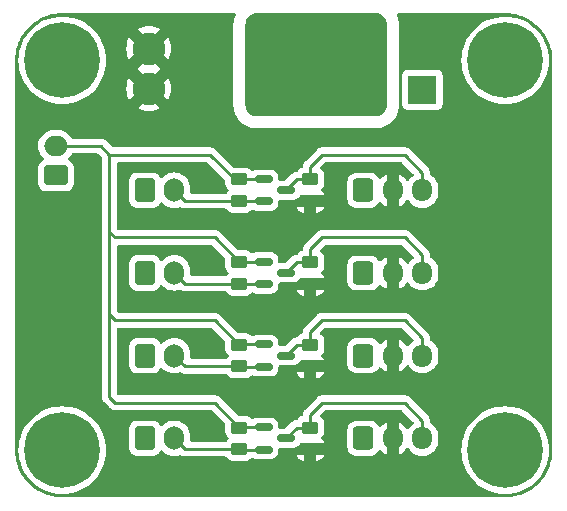
<source format=gbr>
%TF.GenerationSoftware,KiCad,Pcbnew,7.0.10*%
%TF.CreationDate,2024-02-05T17:12:21+01:00*%
%TF.ProjectId,led-driver-board-4gang,6c65642d-6472-4697-9665-722d626f6172,rev?*%
%TF.SameCoordinates,Original*%
%TF.FileFunction,Copper,L1,Top*%
%TF.FilePolarity,Positive*%
%FSLAX46Y46*%
G04 Gerber Fmt 4.6, Leading zero omitted, Abs format (unit mm)*
G04 Created by KiCad (PCBNEW 7.0.10) date 2024-02-05 17:12:21*
%MOMM*%
%LPD*%
G01*
G04 APERTURE LIST*
G04 Aperture macros list*
%AMRoundRect*
0 Rectangle with rounded corners*
0 $1 Rounding radius*
0 $2 $3 $4 $5 $6 $7 $8 $9 X,Y pos of 4 corners*
0 Add a 4 corners polygon primitive as box body*
4,1,4,$2,$3,$4,$5,$6,$7,$8,$9,$2,$3,0*
0 Add four circle primitives for the rounded corners*
1,1,$1+$1,$2,$3*
1,1,$1+$1,$4,$5*
1,1,$1+$1,$6,$7*
1,1,$1+$1,$8,$9*
0 Add four rect primitives between the rounded corners*
20,1,$1+$1,$2,$3,$4,$5,0*
20,1,$1+$1,$4,$5,$6,$7,0*
20,1,$1+$1,$6,$7,$8,$9,0*
20,1,$1+$1,$8,$9,$2,$3,0*%
G04 Aperture macros list end*
%TA.AperFunction,ComponentPad*%
%ADD10RoundRect,0.250000X0.750000X-0.600000X0.750000X0.600000X-0.750000X0.600000X-0.750000X-0.600000X0*%
%TD*%
%TA.AperFunction,ComponentPad*%
%ADD11O,2.000000X1.700000*%
%TD*%
%TA.AperFunction,ComponentPad*%
%ADD12C,0.800000*%
%TD*%
%TA.AperFunction,ComponentPad*%
%ADD13C,6.400000*%
%TD*%
%TA.AperFunction,SMDPad,CuDef*%
%ADD14RoundRect,0.250000X0.450000X-0.262500X0.450000X0.262500X-0.450000X0.262500X-0.450000X-0.262500X0*%
%TD*%
%TA.AperFunction,SMDPad,CuDef*%
%ADD15RoundRect,0.250000X-0.450000X0.262500X-0.450000X-0.262500X0.450000X-0.262500X0.450000X0.262500X0*%
%TD*%
%TA.AperFunction,SMDPad,CuDef*%
%ADD16RoundRect,0.150000X-0.587500X-0.150000X0.587500X-0.150000X0.587500X0.150000X-0.587500X0.150000X0*%
%TD*%
%TA.AperFunction,ComponentPad*%
%ADD17R,2.400000X2.400000*%
%TD*%
%TA.AperFunction,ComponentPad*%
%ADD18C,2.400000*%
%TD*%
%TA.AperFunction,ComponentPad*%
%ADD19RoundRect,0.250000X-0.600000X-0.750000X0.600000X-0.750000X0.600000X0.750000X-0.600000X0.750000X0*%
%TD*%
%TA.AperFunction,ComponentPad*%
%ADD20O,1.700000X2.000000*%
%TD*%
%TA.AperFunction,ComponentPad*%
%ADD21RoundRect,0.250000X-0.600000X-0.725000X0.600000X-0.725000X0.600000X0.725000X-0.600000X0.725000X0*%
%TD*%
%TA.AperFunction,ComponentPad*%
%ADD22O,1.700000X1.950000*%
%TD*%
%TA.AperFunction,ComponentPad*%
%ADD23C,2.780000*%
%TD*%
%TA.AperFunction,Conductor*%
%ADD24C,0.250000*%
%TD*%
G04 APERTURE END LIST*
D10*
%TO.P,J10,1,Pin_1*%
%TO.N,GND*%
X22475000Y-38750000D03*
D11*
%TO.P,J10,2,Pin_2*%
%TO.N,+3V3*%
X22475000Y-36250000D03*
%TD*%
D12*
%TO.P,H4,1,1*%
%TO.N,GND*%
X58100000Y-62000000D03*
X58802944Y-60302944D03*
X58802944Y-63697056D03*
X60500000Y-59600000D03*
D13*
X60500000Y-62000000D03*
D12*
X60500000Y-64400000D03*
X62197056Y-60302944D03*
X62197056Y-63697056D03*
X62900000Y-62000000D03*
%TD*%
%TO.P,H3,1,1*%
%TO.N,GND*%
X20600000Y-62000000D03*
X21302944Y-60302944D03*
X21302944Y-63697056D03*
X23000000Y-59600000D03*
D13*
X23000000Y-62000000D03*
D12*
X23000000Y-64400000D03*
X24697056Y-60302944D03*
X24697056Y-63697056D03*
X25400000Y-62000000D03*
%TD*%
%TO.P,H2,1,1*%
%TO.N,GND*%
X58100000Y-29000000D03*
X58802944Y-27302944D03*
X58802944Y-30697056D03*
X60500000Y-26600000D03*
D13*
X60500000Y-29000000D03*
D12*
X60500000Y-31400000D03*
X62197056Y-27302944D03*
X62197056Y-30697056D03*
X62900000Y-29000000D03*
%TD*%
%TO.P,H1,1,1*%
%TO.N,GND*%
X20600000Y-29000000D03*
X21302944Y-27302944D03*
X21302944Y-30697056D03*
X23000000Y-26600000D03*
D13*
X23000000Y-29000000D03*
D12*
X23000000Y-31400000D03*
X24697056Y-27302944D03*
X24697056Y-30697056D03*
X25400000Y-29000000D03*
%TD*%
D14*
%TO.P,R8,1*%
%TO.N,+5V*%
X44000000Y-61912500D03*
%TO.P,R8,2*%
%TO.N,LED3_OUT*%
X44000000Y-60087500D03*
%TD*%
D15*
%TO.P,R7,1*%
%TO.N,+3V3*%
X38000000Y-60087500D03*
%TO.P,R7,2*%
%TO.N,LED3_IN*%
X38000000Y-61912500D03*
%TD*%
D14*
%TO.P,R6,1*%
%TO.N,+5V*%
X44000000Y-54912500D03*
%TO.P,R6,2*%
%TO.N,LED2_OUT*%
X44000000Y-53087500D03*
%TD*%
D15*
%TO.P,R5,1*%
%TO.N,+3V3*%
X38000000Y-53087500D03*
%TO.P,R5,2*%
%TO.N,LED2_IN*%
X38000000Y-54912500D03*
%TD*%
D14*
%TO.P,R4,1*%
%TO.N,+5V*%
X44000000Y-47912500D03*
%TO.P,R4,2*%
%TO.N,LED1_OUT*%
X44000000Y-46087500D03*
%TD*%
D15*
%TO.P,R3,1*%
%TO.N,+3V3*%
X38000000Y-46087500D03*
%TO.P,R3,2*%
%TO.N,LED1_IN*%
X38000000Y-47912500D03*
%TD*%
D14*
%TO.P,R2,1*%
%TO.N,+5V*%
X44000000Y-40912500D03*
%TO.P,R2,2*%
%TO.N,LED0_OUT*%
X44000000Y-39087500D03*
%TD*%
D15*
%TO.P,R1,2*%
%TO.N,LED0_IN*%
X38000000Y-40912500D03*
%TO.P,R1,1*%
%TO.N,+3V3*%
X38000000Y-39087500D03*
%TD*%
D16*
%TO.P,Q4,1,G*%
%TO.N,+3V3*%
X40062500Y-60050000D03*
%TO.P,Q4,2,S*%
%TO.N,LED3_IN*%
X40062500Y-61950000D03*
%TO.P,Q4,3,D*%
%TO.N,LED3_OUT*%
X41937500Y-61000000D03*
%TD*%
%TO.P,Q3,1,G*%
%TO.N,+3V3*%
X40062500Y-53050000D03*
%TO.P,Q3,2,S*%
%TO.N,LED2_IN*%
X40062500Y-54950000D03*
%TO.P,Q3,3,D*%
%TO.N,LED2_OUT*%
X41937500Y-54000000D03*
%TD*%
%TO.P,Q2,1,G*%
%TO.N,+3V3*%
X40062500Y-46050000D03*
%TO.P,Q2,2,S*%
%TO.N,LED1_IN*%
X40062500Y-47950000D03*
%TO.P,Q2,3,D*%
%TO.N,LED1_OUT*%
X41937500Y-47000000D03*
%TD*%
%TO.P,Q1,1,G*%
%TO.N,+3V3*%
X40062500Y-39050000D03*
%TO.P,Q1,2,S*%
%TO.N,LED0_IN*%
X40062500Y-40950000D03*
%TO.P,Q1,3,D*%
%TO.N,LED0_OUT*%
X41937500Y-40000000D03*
%TD*%
D17*
%TO.P,J9,1,Pin_1*%
%TO.N,GND*%
X53500000Y-31500000D03*
D18*
%TO.P,J9,2,Pin_2*%
%TO.N,/5V_UNFUSED*%
X48500000Y-31500000D03*
%TD*%
D19*
%TO.P,J8,1,Pin_1*%
%TO.N,GND*%
X30000000Y-61000000D03*
D20*
%TO.P,J8,2,Pin_2*%
%TO.N,LED3_IN*%
X32500000Y-61000000D03*
%TD*%
D19*
%TO.P,J7,1,Pin_1*%
%TO.N,GND*%
X30000000Y-54000000D03*
D20*
%TO.P,J7,2,Pin_2*%
%TO.N,LED2_IN*%
X32500000Y-54000000D03*
%TD*%
D19*
%TO.P,J6,1,Pin_1*%
%TO.N,GND*%
X30000000Y-47000000D03*
D20*
%TO.P,J6,2,Pin_2*%
%TO.N,LED1_IN*%
X32500000Y-47000000D03*
%TD*%
D19*
%TO.P,J5,1,Pin_1*%
%TO.N,GND*%
X30000000Y-40000000D03*
D20*
%TO.P,J5,2,Pin_2*%
%TO.N,LED0_IN*%
X32500000Y-40000000D03*
%TD*%
D21*
%TO.P,J4,1,Pin_1*%
%TO.N,GND*%
X48500000Y-61000000D03*
D22*
%TO.P,J4,2,Pin_2*%
%TO.N,+5V*%
X51000000Y-61000000D03*
%TO.P,J4,3,Pin_3*%
%TO.N,LED3_OUT*%
X53500000Y-61000000D03*
%TD*%
D21*
%TO.P,J3,1,Pin_1*%
%TO.N,GND*%
X48500000Y-54000000D03*
D22*
%TO.P,J3,2,Pin_2*%
%TO.N,+5V*%
X51000000Y-54000000D03*
%TO.P,J3,3,Pin_3*%
%TO.N,LED2_OUT*%
X53500000Y-54000000D03*
%TD*%
D21*
%TO.P,J2,1,Pin_1*%
%TO.N,GND*%
X48500000Y-47000000D03*
D22*
%TO.P,J2,2,Pin_2*%
%TO.N,+5V*%
X51000000Y-47000000D03*
%TO.P,J2,3,Pin_3*%
%TO.N,LED1_OUT*%
X53500000Y-47000000D03*
%TD*%
D21*
%TO.P,J1,1,Pin_1*%
%TO.N,GND*%
X48500000Y-40000000D03*
D22*
%TO.P,J1,2,Pin_2*%
%TO.N,+5V*%
X51000000Y-40000000D03*
%TO.P,J1,3,Pin_3*%
%TO.N,LED0_OUT*%
X53500000Y-40000000D03*
%TD*%
D23*
%TO.P,F1,1*%
%TO.N,+5V*%
X30330000Y-31400000D03*
X30330000Y-28000000D03*
%TO.P,F1,2*%
%TO.N,/5V_UNFUSED*%
X40250000Y-28000000D03*
X40250000Y-31400000D03*
%TD*%
D24*
%TO.N,+3V3*%
X27000000Y-57500000D02*
X27500000Y-58000000D01*
X27000000Y-50500000D02*
X27000000Y-57500000D01*
X27500000Y-58000000D02*
X35912500Y-58000000D01*
X35912500Y-58000000D02*
X38000000Y-60087500D01*
X27000000Y-50500000D02*
X27500000Y-51000000D01*
X27000000Y-43500000D02*
X27000000Y-50500000D01*
X27500000Y-51000000D02*
X35912500Y-51000000D01*
X35912500Y-51000000D02*
X38000000Y-53087500D01*
X27000000Y-43500000D02*
X27500000Y-44000000D01*
X27000000Y-37000000D02*
X27000000Y-43500000D01*
X27500000Y-44000000D02*
X35912500Y-44000000D01*
X35912500Y-44000000D02*
X38000000Y-46087500D01*
X35500000Y-37000000D02*
X27000000Y-37000000D01*
X38000000Y-39087500D02*
X37587500Y-39087500D01*
X27000000Y-37000000D02*
X26250000Y-36250000D01*
X37587500Y-39087500D02*
X35500000Y-37000000D01*
X26250000Y-36250000D02*
X22475000Y-36250000D01*
%TO.N,LED2_OUT*%
X44000000Y-53087500D02*
X44000000Y-52000000D01*
X45000000Y-51000000D02*
X52000000Y-51000000D01*
X52000000Y-51000000D02*
X53500000Y-52500000D01*
X44000000Y-52000000D02*
X45000000Y-51000000D01*
X53500000Y-52500000D02*
X53500000Y-54000000D01*
%TO.N,LED1_OUT*%
X44000000Y-46087500D02*
X44000000Y-45000000D01*
X44000000Y-45000000D02*
X45000000Y-44000000D01*
X45000000Y-44000000D02*
X52000000Y-44000000D01*
X52000000Y-44000000D02*
X53500000Y-45500000D01*
X53500000Y-45500000D02*
X53500000Y-47000000D01*
%TO.N,LED0_OUT*%
X44000000Y-39087500D02*
X44000000Y-38000000D01*
X44000000Y-38000000D02*
X45000000Y-37000000D01*
X52000000Y-37000000D02*
X53500000Y-38500000D01*
X45000000Y-37000000D02*
X52000000Y-37000000D01*
X53500000Y-38500000D02*
X53500000Y-40000000D01*
%TO.N,LED3_OUT*%
X45000000Y-58000000D02*
X52000000Y-58000000D01*
X52000000Y-58000000D02*
X53500000Y-59500000D01*
X44000000Y-60087500D02*
X44000000Y-59000000D01*
X44000000Y-59000000D02*
X45000000Y-58000000D01*
X53500000Y-59500000D02*
X53500000Y-61000000D01*
%TO.N,LED3_IN*%
X38000000Y-61912500D02*
X33412500Y-61912500D01*
X33412500Y-61912500D02*
X32500000Y-61000000D01*
%TO.N,LED2_IN*%
X38000000Y-54912500D02*
X33412500Y-54912500D01*
X33412500Y-54912500D02*
X32500000Y-54000000D01*
%TO.N,LED3_IN*%
X40062500Y-61950000D02*
X38037500Y-61950000D01*
X38037500Y-61950000D02*
X38000000Y-61912500D01*
%TO.N,+3V3*%
X40062500Y-60050000D02*
X38037500Y-60050000D01*
X38037500Y-60050000D02*
X38000000Y-60087500D01*
%TO.N,LED3_OUT*%
X44000000Y-60087500D02*
X42850000Y-60087500D01*
X42850000Y-60087500D02*
X41937500Y-61000000D01*
%TO.N,LED2_IN*%
X40062500Y-54950000D02*
X38037500Y-54950000D01*
X38037500Y-54950000D02*
X38000000Y-54912500D01*
%TO.N,+3V3*%
X40062500Y-53050000D02*
X38037500Y-53050000D01*
X38037500Y-53050000D02*
X38000000Y-53087500D01*
%TO.N,LED2_OUT*%
X44000000Y-53087500D02*
X42850000Y-53087500D01*
X42850000Y-53087500D02*
X41937500Y-54000000D01*
%TO.N,LED1_OUT*%
X44000000Y-46087500D02*
X42850000Y-46087500D01*
X42850000Y-46087500D02*
X41937500Y-47000000D01*
%TO.N,+3V3*%
X40062500Y-46050000D02*
X38037500Y-46050000D01*
X38037500Y-46050000D02*
X38000000Y-46087500D01*
%TO.N,LED1_IN*%
X40062500Y-47950000D02*
X38037500Y-47950000D01*
X38037500Y-47950000D02*
X38000000Y-47912500D01*
X38000000Y-47912500D02*
X33412500Y-47912500D01*
X33412500Y-47912500D02*
X32500000Y-47000000D01*
%TO.N,LED0_OUT*%
X44000000Y-39087500D02*
X42850000Y-39087500D01*
X42850000Y-39087500D02*
X41937500Y-40000000D01*
%TO.N,+3V3*%
X40062500Y-39050000D02*
X38037500Y-39050000D01*
X38037500Y-39050000D02*
X38000000Y-39087500D01*
%TO.N,LED0_IN*%
X40062500Y-40950000D02*
X38037500Y-40950000D01*
X38037500Y-40950000D02*
X38000000Y-40912500D01*
X38000000Y-40912500D02*
X33412500Y-40912500D01*
X33412500Y-40912500D02*
X32500000Y-40000000D01*
%TD*%
%TA.AperFunction,Conductor*%
%TO.N,/5V_UNFUSED*%
G36*
X49511137Y-25001096D02*
G01*
X49682941Y-25018018D01*
X49706769Y-25022757D01*
X49871001Y-25072576D01*
X49893453Y-25081877D01*
X50044798Y-25162772D01*
X50065010Y-25176277D01*
X50197666Y-25285145D01*
X50214854Y-25302333D01*
X50323722Y-25434989D01*
X50337227Y-25455201D01*
X50418121Y-25606543D01*
X50427424Y-25629001D01*
X50477240Y-25793224D01*
X50481982Y-25817065D01*
X50499403Y-25993938D01*
X50500000Y-26006092D01*
X50500000Y-32743907D01*
X50499403Y-32756061D01*
X50481982Y-32932934D01*
X50477240Y-32956775D01*
X50427424Y-33120998D01*
X50418121Y-33143456D01*
X50337227Y-33294798D01*
X50323722Y-33315010D01*
X50214854Y-33447666D01*
X50197666Y-33464854D01*
X50065010Y-33573722D01*
X50044798Y-33587227D01*
X49893456Y-33668121D01*
X49870998Y-33677424D01*
X49706775Y-33727240D01*
X49682934Y-33731982D01*
X49506061Y-33749403D01*
X49493907Y-33750000D01*
X39506093Y-33750000D01*
X39493939Y-33749403D01*
X39317065Y-33731982D01*
X39293224Y-33727240D01*
X39129001Y-33677424D01*
X39106543Y-33668121D01*
X38955201Y-33587227D01*
X38934989Y-33573722D01*
X38802333Y-33464854D01*
X38785145Y-33447666D01*
X38676277Y-33315010D01*
X38662772Y-33294798D01*
X38581878Y-33143456D01*
X38572575Y-33120998D01*
X38522757Y-32956769D01*
X38518018Y-32932941D01*
X38500597Y-32756061D01*
X38500000Y-32743907D01*
X38500000Y-26006092D01*
X38500597Y-25993938D01*
X38518018Y-25817056D01*
X38522757Y-25793232D01*
X38572577Y-25628994D01*
X38581875Y-25606549D01*
X38662775Y-25455195D01*
X38676272Y-25434995D01*
X38785149Y-25302328D01*
X38802328Y-25285149D01*
X38934995Y-25176272D01*
X38955195Y-25162775D01*
X39106549Y-25081875D01*
X39128994Y-25072577D01*
X39293232Y-25022757D01*
X39317056Y-25018018D01*
X39488862Y-25001096D01*
X39501016Y-25000500D01*
X49498984Y-25000500D01*
X49511137Y-25001096D01*
G37*
%TD.AperFunction*%
%TD*%
%TA.AperFunction,Conductor*%
%TO.N,+5V*%
G36*
X37628783Y-25020185D02*
G01*
X37674538Y-25072989D01*
X37684482Y-25142147D01*
X37673837Y-25177519D01*
X37652945Y-25221687D01*
X37652920Y-25221744D01*
X37643640Y-25244145D01*
X37643625Y-25244182D01*
X37610371Y-25337119D01*
X37560553Y-25501352D01*
X37560553Y-25501353D01*
X37536580Y-25597055D01*
X37531836Y-25620899D01*
X37517362Y-25718483D01*
X37517357Y-25718527D01*
X37499938Y-25895387D01*
X37496308Y-25944597D01*
X37495711Y-25956754D01*
X37495711Y-25956762D01*
X37494500Y-26006092D01*
X37494500Y-32743907D01*
X37494598Y-32747883D01*
X37495711Y-32793244D01*
X37496308Y-32805401D01*
X37499938Y-32854612D01*
X37517358Y-33031482D01*
X37517360Y-33031502D01*
X37531832Y-33129073D01*
X37536569Y-33152890D01*
X37536572Y-33152905D01*
X37536580Y-33152935D01*
X37560553Y-33248650D01*
X37610370Y-33412876D01*
X37643626Y-33505815D01*
X37652917Y-33528245D01*
X37652934Y-33528285D01*
X37695091Y-33617414D01*
X37695106Y-33617445D01*
X37695111Y-33617454D01*
X37775996Y-33768781D01*
X37776000Y-33768787D01*
X37826725Y-33853417D01*
X37840230Y-33873629D01*
X37899015Y-33952893D01*
X38007883Y-34085549D01*
X38074149Y-34158662D01*
X38091337Y-34175850D01*
X38164450Y-34242116D01*
X38297106Y-34350984D01*
X38376370Y-34409769D01*
X38396582Y-34423274D01*
X38481209Y-34473997D01*
X38481217Y-34474002D01*
X38531659Y-34500963D01*
X38632554Y-34554893D01*
X38632584Y-34554907D01*
X38721713Y-34597064D01*
X38721732Y-34597072D01*
X38744184Y-34606373D01*
X38744189Y-34606374D01*
X38744192Y-34606376D01*
X38837122Y-34639628D01*
X39001345Y-34689444D01*
X39097071Y-34713422D01*
X39097089Y-34713425D01*
X39097105Y-34713429D01*
X39101650Y-34714332D01*
X39120912Y-34718164D01*
X39218506Y-34732640D01*
X39395380Y-34750061D01*
X39444609Y-34753692D01*
X39456763Y-34754289D01*
X39506093Y-34755500D01*
X39506108Y-34755500D01*
X49493892Y-34755500D01*
X49493907Y-34755500D01*
X49543237Y-34754289D01*
X49555391Y-34753692D01*
X49604620Y-34750061D01*
X49781493Y-34732640D01*
X49879087Y-34718164D01*
X49902928Y-34713422D01*
X49998654Y-34689444D01*
X50162877Y-34639628D01*
X50255807Y-34606376D01*
X50278265Y-34597073D01*
X50278276Y-34597067D01*
X50278285Y-34597064D01*
X50314795Y-34579794D01*
X50367445Y-34554893D01*
X50518787Y-34473999D01*
X50603417Y-34423274D01*
X50623629Y-34409769D01*
X50702893Y-34350984D01*
X50835549Y-34242116D01*
X50908662Y-34175850D01*
X50925850Y-34158662D01*
X50992116Y-34085549D01*
X51100984Y-33952893D01*
X51159769Y-33873629D01*
X51173274Y-33853417D01*
X51223999Y-33768787D01*
X51304893Y-33617445D01*
X51347073Y-33528265D01*
X51356376Y-33505807D01*
X51389628Y-33412877D01*
X51439444Y-33248654D01*
X51463422Y-33152928D01*
X51468164Y-33129087D01*
X51482640Y-33031493D01*
X51500061Y-32854620D01*
X51503692Y-32805391D01*
X51504289Y-32793237D01*
X51505403Y-32747870D01*
X51799500Y-32747870D01*
X51799501Y-32747876D01*
X51805908Y-32807483D01*
X51856202Y-32942328D01*
X51856206Y-32942335D01*
X51942452Y-33057544D01*
X51942455Y-33057547D01*
X52057664Y-33143793D01*
X52057671Y-33143797D01*
X52192517Y-33194091D01*
X52192516Y-33194091D01*
X52199444Y-33194835D01*
X52252127Y-33200500D01*
X54747872Y-33200499D01*
X54807483Y-33194091D01*
X54942331Y-33143796D01*
X55057546Y-33057546D01*
X55143796Y-32942331D01*
X55194091Y-32807483D01*
X55200500Y-32747873D01*
X55200499Y-30252128D01*
X55194091Y-30192517D01*
X55176403Y-30145094D01*
X55143797Y-30057671D01*
X55143793Y-30057664D01*
X55057547Y-29942455D01*
X55057544Y-29942452D01*
X54942335Y-29856206D01*
X54942328Y-29856202D01*
X54807482Y-29805908D01*
X54807483Y-29805908D01*
X54747883Y-29799501D01*
X54747881Y-29799500D01*
X54747873Y-29799500D01*
X54747864Y-29799500D01*
X52252129Y-29799500D01*
X52252123Y-29799501D01*
X52192516Y-29805908D01*
X52057671Y-29856202D01*
X52057664Y-29856206D01*
X51942455Y-29942452D01*
X51942452Y-29942455D01*
X51856206Y-30057664D01*
X51856202Y-30057671D01*
X51805908Y-30192517D01*
X51799501Y-30252116D01*
X51799501Y-30252123D01*
X51799500Y-30252135D01*
X51799500Y-32747870D01*
X51505403Y-32747870D01*
X51505500Y-32743907D01*
X51505500Y-29000000D01*
X56794422Y-29000000D01*
X56814722Y-29387339D01*
X56873335Y-29757406D01*
X56875398Y-29770433D01*
X56952362Y-30057669D01*
X56975788Y-30145094D01*
X57114787Y-30507197D01*
X57290877Y-30852793D01*
X57502122Y-31178082D01*
X57681827Y-31399999D01*
X57746219Y-31479516D01*
X58020484Y-31753781D01*
X58020488Y-31753784D01*
X58321917Y-31997877D01*
X58647206Y-32209122D01*
X58647211Y-32209125D01*
X58992806Y-32385214D01*
X59354913Y-32524214D01*
X59729567Y-32624602D01*
X60112662Y-32685278D01*
X60478576Y-32704455D01*
X60499999Y-32705578D01*
X60500000Y-32705578D01*
X60500001Y-32705578D01*
X60520301Y-32704514D01*
X60887338Y-32685278D01*
X61270433Y-32624602D01*
X61645087Y-32524214D01*
X62007194Y-32385214D01*
X62352789Y-32209125D01*
X62678084Y-31997876D01*
X62979516Y-31753781D01*
X63253781Y-31479516D01*
X63497876Y-31178084D01*
X63709125Y-30852789D01*
X63885214Y-30507194D01*
X64024214Y-30145087D01*
X64124602Y-29770433D01*
X64185278Y-29387338D01*
X64205578Y-29000000D01*
X64185278Y-28612662D01*
X64124602Y-28229567D01*
X64024214Y-27854913D01*
X63885214Y-27492806D01*
X63709125Y-27147211D01*
X63709122Y-27147206D01*
X63497877Y-26821917D01*
X63253784Y-26520488D01*
X63253781Y-26520484D01*
X62979516Y-26246219D01*
X62804310Y-26104340D01*
X62678082Y-26002122D01*
X62352793Y-25790877D01*
X62007197Y-25614787D01*
X61645094Y-25475788D01*
X61539421Y-25447473D01*
X61270433Y-25375398D01*
X61270429Y-25375397D01*
X61270428Y-25375397D01*
X60887339Y-25314722D01*
X60500001Y-25294422D01*
X60499999Y-25294422D01*
X60112660Y-25314722D01*
X59729572Y-25375397D01*
X59729570Y-25375397D01*
X59354905Y-25475788D01*
X58992802Y-25614787D01*
X58647206Y-25790877D01*
X58321917Y-26002122D01*
X58020488Y-26246215D01*
X58020480Y-26246222D01*
X57746222Y-26520480D01*
X57746215Y-26520488D01*
X57502122Y-26821917D01*
X57290877Y-27147206D01*
X57114787Y-27492802D01*
X56975788Y-27854905D01*
X56875397Y-28229570D01*
X56875397Y-28229572D01*
X56814722Y-28612660D01*
X56794422Y-28999999D01*
X56794422Y-29000000D01*
X51505500Y-29000000D01*
X51505500Y-26006092D01*
X51504289Y-25956762D01*
X51503692Y-25944608D01*
X51500061Y-25895379D01*
X51482640Y-25718506D01*
X51468164Y-25620912D01*
X51464332Y-25601650D01*
X51463429Y-25597105D01*
X51463420Y-25597063D01*
X51449313Y-25540745D01*
X51439444Y-25501345D01*
X51389628Y-25337122D01*
X51356376Y-25244192D01*
X51356367Y-25244171D01*
X51348133Y-25224292D01*
X51347073Y-25221734D01*
X51347069Y-25221726D01*
X51326160Y-25177519D01*
X51315291Y-25108500D01*
X51343461Y-25044561D01*
X51401727Y-25006002D01*
X51438254Y-25000500D01*
X60497128Y-25000500D01*
X60502854Y-25000632D01*
X60518811Y-25001369D01*
X60673088Y-25008502D01*
X60869795Y-25018166D01*
X60880787Y-25019201D01*
X61062876Y-25044601D01*
X61063781Y-25044732D01*
X61247261Y-25071949D01*
X61257413Y-25073892D01*
X61438614Y-25116510D01*
X61440023Y-25116852D01*
X61617874Y-25161401D01*
X61627091Y-25164096D01*
X61804478Y-25223550D01*
X61806618Y-25224292D01*
X61978220Y-25285692D01*
X61986519Y-25289004D01*
X62157980Y-25364712D01*
X62160909Y-25366051D01*
X62247263Y-25406892D01*
X62325119Y-25443715D01*
X62332411Y-25447465D01*
X62429162Y-25501356D01*
X62496435Y-25538827D01*
X62499810Y-25540777D01*
X62655371Y-25634017D01*
X62661670Y-25638058D01*
X62816699Y-25744256D01*
X62820459Y-25746935D01*
X62966009Y-25854882D01*
X62971305Y-25859040D01*
X63116009Y-25979200D01*
X63119947Y-25982617D01*
X63254206Y-26104303D01*
X63258590Y-26108478D01*
X63391520Y-26241408D01*
X63395698Y-26245795D01*
X63517375Y-26380045D01*
X63520805Y-26383998D01*
X63640951Y-26528684D01*
X63645124Y-26534000D01*
X63753041Y-26679509D01*
X63755742Y-26683299D01*
X63861940Y-26838328D01*
X63865999Y-26844656D01*
X63959200Y-27000153D01*
X63961171Y-27003563D01*
X64052525Y-27167573D01*
X64056291Y-27174896D01*
X64133947Y-27339089D01*
X64135286Y-27342018D01*
X64210994Y-27513479D01*
X64214311Y-27521791D01*
X64275666Y-27693265D01*
X64276487Y-27695634D01*
X64335894Y-27872881D01*
X64338606Y-27882157D01*
X64383104Y-28059803D01*
X64383526Y-28061543D01*
X64426101Y-28242562D01*
X64428053Y-28252758D01*
X64455257Y-28436156D01*
X64455410Y-28437218D01*
X64480794Y-28619184D01*
X64481834Y-28630232D01*
X64491512Y-28827238D01*
X64491529Y-28827595D01*
X64499368Y-28997145D01*
X64499500Y-29002872D01*
X64499500Y-61997127D01*
X64499368Y-62002854D01*
X64491529Y-62172404D01*
X64491512Y-62172761D01*
X64481834Y-62369766D01*
X64480794Y-62380813D01*
X64455421Y-62562708D01*
X64455268Y-62563772D01*
X64428053Y-62747241D01*
X64426101Y-62757436D01*
X64383526Y-62938455D01*
X64383104Y-62940195D01*
X64338606Y-63117841D01*
X64335894Y-63127117D01*
X64276487Y-63304364D01*
X64275666Y-63306733D01*
X64214311Y-63478207D01*
X64210994Y-63486519D01*
X64135286Y-63657980D01*
X64133947Y-63660909D01*
X64056291Y-63825102D01*
X64052525Y-63832425D01*
X63961171Y-63996435D01*
X63959200Y-63999845D01*
X63865999Y-64155342D01*
X63861940Y-64161670D01*
X63755742Y-64316699D01*
X63753041Y-64320489D01*
X63645135Y-64465984D01*
X63640935Y-64471334D01*
X63520851Y-64615947D01*
X63517331Y-64620004D01*
X63395717Y-64754183D01*
X63391520Y-64758590D01*
X63258590Y-64891520D01*
X63254183Y-64895717D01*
X63120004Y-65017331D01*
X63115947Y-65020851D01*
X62971334Y-65140935D01*
X62965984Y-65145135D01*
X62820489Y-65253041D01*
X62816699Y-65255742D01*
X62661670Y-65361940D01*
X62655342Y-65365999D01*
X62499845Y-65459200D01*
X62496435Y-65461171D01*
X62332425Y-65552525D01*
X62325102Y-65556291D01*
X62160909Y-65633947D01*
X62157980Y-65635286D01*
X61986519Y-65710994D01*
X61978207Y-65714311D01*
X61806733Y-65775666D01*
X61804364Y-65776487D01*
X61627117Y-65835894D01*
X61617841Y-65838606D01*
X61440195Y-65883104D01*
X61438455Y-65883526D01*
X61257436Y-65926101D01*
X61247240Y-65928053D01*
X61063842Y-65955257D01*
X61062780Y-65955410D01*
X60880814Y-65980794D01*
X60869766Y-65981834D01*
X60672931Y-65991503D01*
X60672575Y-65991520D01*
X60507393Y-65999158D01*
X60502854Y-65999368D01*
X60497128Y-65999500D01*
X23002872Y-65999500D01*
X22997145Y-65999368D01*
X22992305Y-65999144D01*
X22827423Y-65991520D01*
X22827067Y-65991503D01*
X22630232Y-65981834D01*
X22619184Y-65980794D01*
X22437218Y-65955410D01*
X22436156Y-65955257D01*
X22252758Y-65928053D01*
X22242562Y-65926101D01*
X22061543Y-65883526D01*
X22059803Y-65883104D01*
X21882157Y-65838606D01*
X21872881Y-65835894D01*
X21695634Y-65776487D01*
X21693265Y-65775666D01*
X21521791Y-65714311D01*
X21513479Y-65710994D01*
X21342018Y-65635286D01*
X21339089Y-65633947D01*
X21174896Y-65556291D01*
X21167573Y-65552525D01*
X21003563Y-65461171D01*
X21000153Y-65459200D01*
X20980648Y-65447509D01*
X20844645Y-65365992D01*
X20838328Y-65361940D01*
X20683299Y-65255742D01*
X20679509Y-65253041D01*
X20620291Y-65209122D01*
X20534000Y-65145124D01*
X20528684Y-65140951D01*
X20383998Y-65020805D01*
X20380045Y-65017375D01*
X20245795Y-64895698D01*
X20241408Y-64891520D01*
X20108478Y-64758590D01*
X20104303Y-64754206D01*
X19982617Y-64619947D01*
X19979200Y-64616009D01*
X19859040Y-64471305D01*
X19854882Y-64466009D01*
X19746935Y-64320459D01*
X19744256Y-64316699D01*
X19638058Y-64161670D01*
X19634017Y-64155371D01*
X19540777Y-63999810D01*
X19538827Y-63996435D01*
X19512261Y-63948740D01*
X19447465Y-63832411D01*
X19443715Y-63825119D01*
X19406892Y-63747263D01*
X19366051Y-63660909D01*
X19364712Y-63657980D01*
X19289004Y-63486519D01*
X19285692Y-63478220D01*
X19224292Y-63306618D01*
X19223550Y-63304478D01*
X19164096Y-63127091D01*
X19161401Y-63117874D01*
X19116852Y-62940023D01*
X19116510Y-62938614D01*
X19073892Y-62757413D01*
X19071949Y-62747261D01*
X19044731Y-62563771D01*
X19044594Y-62562821D01*
X19019201Y-62380787D01*
X19018166Y-62369795D01*
X19008480Y-62172611D01*
X19000632Y-62002854D01*
X19000566Y-62000000D01*
X19294422Y-62000000D01*
X19314722Y-62387339D01*
X19358737Y-62665241D01*
X19375398Y-62770433D01*
X19468485Y-63117841D01*
X19475788Y-63145094D01*
X19614787Y-63507197D01*
X19790877Y-63852793D01*
X20002122Y-64178082D01*
X20002124Y-64178084D01*
X20246219Y-64479516D01*
X20520484Y-64753781D01*
X20521009Y-64754206D01*
X20821917Y-64997877D01*
X21147206Y-65209122D01*
X21147211Y-65209125D01*
X21492806Y-65385214D01*
X21854913Y-65524214D01*
X22229567Y-65624602D01*
X22612662Y-65685278D01*
X22978576Y-65704455D01*
X22999999Y-65705578D01*
X23000000Y-65705578D01*
X23000001Y-65705578D01*
X23020301Y-65704514D01*
X23387338Y-65685278D01*
X23770433Y-65624602D01*
X24145087Y-65524214D01*
X24507194Y-65385214D01*
X24852789Y-65209125D01*
X25178084Y-64997876D01*
X25479516Y-64753781D01*
X25753781Y-64479516D01*
X25997876Y-64178084D01*
X26209125Y-63852789D01*
X26385214Y-63507194D01*
X26524214Y-63145087D01*
X26624602Y-62770433D01*
X26685278Y-62387338D01*
X26705578Y-62000000D01*
X26705427Y-61997128D01*
X26700484Y-61902797D01*
X26685278Y-61612662D01*
X26624602Y-61229567D01*
X26524214Y-60854913D01*
X26385214Y-60492806D01*
X26209125Y-60147211D01*
X26196007Y-60127011D01*
X25997877Y-59821917D01*
X25810225Y-59590187D01*
X25753781Y-59520484D01*
X25479516Y-59246219D01*
X25368357Y-59156204D01*
X25178082Y-59002122D01*
X24852793Y-58790877D01*
X24507197Y-58614787D01*
X24145094Y-58475788D01*
X24046019Y-58449241D01*
X23770433Y-58375398D01*
X23770429Y-58375397D01*
X23770428Y-58375397D01*
X23387339Y-58314722D01*
X23000001Y-58294422D01*
X22999999Y-58294422D01*
X22612660Y-58314722D01*
X22229572Y-58375397D01*
X22229570Y-58375397D01*
X21854905Y-58475788D01*
X21492802Y-58614787D01*
X21147206Y-58790877D01*
X20821917Y-59002122D01*
X20520488Y-59246215D01*
X20520480Y-59246222D01*
X20246222Y-59520480D01*
X20246215Y-59520488D01*
X20002122Y-59821917D01*
X19790877Y-60147206D01*
X19614787Y-60492802D01*
X19475788Y-60854905D01*
X19375397Y-61229570D01*
X19375397Y-61229572D01*
X19314722Y-61612660D01*
X19294422Y-61999999D01*
X19294422Y-62000000D01*
X19000566Y-62000000D01*
X19000500Y-61997128D01*
X19000500Y-36250000D01*
X20969341Y-36250000D01*
X20989936Y-36485403D01*
X20989938Y-36485413D01*
X21051094Y-36713655D01*
X21051096Y-36713659D01*
X21051097Y-36713663D01*
X21101031Y-36820746D01*
X21150964Y-36927828D01*
X21150965Y-36927830D01*
X21286505Y-37121402D01*
X21433704Y-37268601D01*
X21467189Y-37329924D01*
X21462205Y-37399616D01*
X21420333Y-37455549D01*
X21411120Y-37461820D01*
X21256347Y-37557285D01*
X21256343Y-37557288D01*
X21132289Y-37681342D01*
X21040187Y-37830663D01*
X21040185Y-37830668D01*
X21026152Y-37873018D01*
X20985001Y-37997203D01*
X20985001Y-37997204D01*
X20985000Y-37997204D01*
X20974500Y-38099983D01*
X20974500Y-39400001D01*
X20974501Y-39400018D01*
X20985000Y-39502796D01*
X20985001Y-39502799D01*
X21030328Y-39639586D01*
X21040186Y-39669334D01*
X21132288Y-39818656D01*
X21256344Y-39942712D01*
X21405666Y-40034814D01*
X21572203Y-40089999D01*
X21674991Y-40100500D01*
X23275008Y-40100499D01*
X23377797Y-40089999D01*
X23544334Y-40034814D01*
X23693656Y-39942712D01*
X23817712Y-39818656D01*
X23909814Y-39669334D01*
X23964999Y-39502797D01*
X23975500Y-39400009D01*
X23975499Y-38099992D01*
X23964999Y-37997203D01*
X23909814Y-37830666D01*
X23817712Y-37681344D01*
X23693656Y-37557288D01*
X23599478Y-37499199D01*
X23538879Y-37461821D01*
X23492155Y-37409873D01*
X23480932Y-37340910D01*
X23508776Y-37276828D01*
X23516295Y-37268601D01*
X23562125Y-37222771D01*
X23663495Y-37121401D01*
X23798652Y-36928377D01*
X23853229Y-36884752D01*
X23900227Y-36875500D01*
X25939548Y-36875500D01*
X26006587Y-36895185D01*
X26027229Y-36911819D01*
X26338181Y-37222771D01*
X26371666Y-37284094D01*
X26374500Y-37310452D01*
X26374500Y-43417255D01*
X26372775Y-43432872D01*
X26373061Y-43432899D01*
X26372326Y-43440665D01*
X26374439Y-43507872D01*
X26374500Y-43511767D01*
X26374500Y-50417255D01*
X26372775Y-50432872D01*
X26373061Y-50432899D01*
X26372326Y-50440665D01*
X26374439Y-50507872D01*
X26374500Y-50511767D01*
X26374500Y-57417255D01*
X26372775Y-57432872D01*
X26373061Y-57432899D01*
X26372326Y-57440665D01*
X26374439Y-57507872D01*
X26374500Y-57511767D01*
X26374500Y-57539357D01*
X26375003Y-57543335D01*
X26375918Y-57554967D01*
X26377290Y-57598624D01*
X26377291Y-57598627D01*
X26382880Y-57617867D01*
X26386824Y-57636911D01*
X26389336Y-57656792D01*
X26405414Y-57697403D01*
X26409197Y-57708452D01*
X26421381Y-57750388D01*
X26431580Y-57767634D01*
X26440138Y-57785103D01*
X26447514Y-57803732D01*
X26473181Y-57839060D01*
X26479593Y-57848821D01*
X26501828Y-57886417D01*
X26501833Y-57886424D01*
X26515990Y-57900580D01*
X26528628Y-57915376D01*
X26540405Y-57931586D01*
X26540406Y-57931587D01*
X26574057Y-57959425D01*
X26582698Y-57967288D01*
X26999194Y-58383784D01*
X27009019Y-58396048D01*
X27009240Y-58395866D01*
X27014210Y-58401874D01*
X27063239Y-58447915D01*
X27066036Y-58450626D01*
X27085529Y-58470119D01*
X27088696Y-58472576D01*
X27097575Y-58480160D01*
X27129415Y-58510060D01*
X27129417Y-58510061D01*
X27129418Y-58510062D01*
X27146976Y-58519714D01*
X27163235Y-58530395D01*
X27179064Y-58542673D01*
X27219147Y-58560018D01*
X27229634Y-58565156D01*
X27266671Y-58585517D01*
X27267908Y-58586197D01*
X27267912Y-58586198D01*
X27287311Y-58591179D01*
X27305722Y-58597483D01*
X27324097Y-58605435D01*
X27324100Y-58605435D01*
X27324105Y-58605438D01*
X27367254Y-58612271D01*
X27378680Y-58614638D01*
X27420981Y-58625500D01*
X27441016Y-58625500D01*
X27460413Y-58627026D01*
X27480196Y-58630160D01*
X27523675Y-58626050D01*
X27535344Y-58625500D01*
X35602048Y-58625500D01*
X35669087Y-58645185D01*
X35689729Y-58661819D01*
X36763181Y-59735271D01*
X36796666Y-59796594D01*
X36799500Y-59822952D01*
X36799500Y-60400001D01*
X36799501Y-60400019D01*
X36810000Y-60502796D01*
X36810001Y-60502799D01*
X36855328Y-60639586D01*
X36865186Y-60669334D01*
X36955670Y-60816033D01*
X36957289Y-60818657D01*
X37050951Y-60912319D01*
X37084436Y-60973642D01*
X37079452Y-61043334D01*
X37050951Y-61087681D01*
X36957289Y-61181342D01*
X36957288Y-61181344D01*
X36936831Y-61214511D01*
X36928451Y-61228097D01*
X36876503Y-61274821D01*
X36822912Y-61287000D01*
X33974500Y-61287000D01*
X33907461Y-61267315D01*
X33861706Y-61214511D01*
X33850500Y-61163000D01*
X33850500Y-60791033D01*
X33850499Y-60791032D01*
X33835063Y-60614592D01*
X33773903Y-60386337D01*
X33674035Y-60172171D01*
X33667741Y-60163181D01*
X33538494Y-59978597D01*
X33371402Y-59811506D01*
X33371395Y-59811501D01*
X33177834Y-59675967D01*
X33177830Y-59675965D01*
X33169756Y-59672200D01*
X32963663Y-59576097D01*
X32963659Y-59576096D01*
X32963655Y-59576094D01*
X32735413Y-59514938D01*
X32735403Y-59514936D01*
X32500001Y-59494341D01*
X32499999Y-59494341D01*
X32264596Y-59514936D01*
X32264586Y-59514938D01*
X32036344Y-59576094D01*
X32036335Y-59576098D01*
X31822171Y-59675964D01*
X31822169Y-59675965D01*
X31628597Y-59811505D01*
X31481398Y-59958705D01*
X31420075Y-59992190D01*
X31350383Y-59987206D01*
X31294450Y-59945334D01*
X31288178Y-59936120D01*
X31192712Y-59781344D01*
X31068657Y-59657289D01*
X31068656Y-59657288D01*
X30947789Y-59582737D01*
X30919336Y-59565187D01*
X30919331Y-59565185D01*
X30901668Y-59559332D01*
X30752797Y-59510001D01*
X30752795Y-59510000D01*
X30650010Y-59499500D01*
X29349998Y-59499500D01*
X29349981Y-59499501D01*
X29247203Y-59510000D01*
X29247200Y-59510001D01*
X29080668Y-59565185D01*
X29080663Y-59565187D01*
X28931342Y-59657289D01*
X28807289Y-59781342D01*
X28715187Y-59930663D01*
X28715185Y-59930668D01*
X28697465Y-59984144D01*
X28660001Y-60097203D01*
X28660001Y-60097204D01*
X28660000Y-60097204D01*
X28649500Y-60199983D01*
X28649500Y-61800001D01*
X28649501Y-61800018D01*
X28660000Y-61902796D01*
X28660001Y-61902799D01*
X28704949Y-62038442D01*
X28715186Y-62069334D01*
X28807288Y-62218656D01*
X28931344Y-62342712D01*
X29080666Y-62434814D01*
X29247203Y-62489999D01*
X29349991Y-62500500D01*
X30650008Y-62500499D01*
X30752797Y-62489999D01*
X30919334Y-62434814D01*
X31068656Y-62342712D01*
X31192712Y-62218656D01*
X31284814Y-62069334D01*
X31284814Y-62069331D01*
X31288178Y-62063879D01*
X31340126Y-62017154D01*
X31409088Y-62005931D01*
X31473170Y-62033774D01*
X31481398Y-62041294D01*
X31628599Y-62188495D01*
X31671675Y-62218657D01*
X31822165Y-62324032D01*
X31822167Y-62324033D01*
X31822170Y-62324035D01*
X32036337Y-62423903D01*
X32264592Y-62485063D01*
X32441034Y-62500500D01*
X32499999Y-62505659D01*
X32500000Y-62505659D01*
X32500001Y-62505659D01*
X32558966Y-62500500D01*
X32735408Y-62485063D01*
X32963663Y-62423903D01*
X32963666Y-62423901D01*
X32968893Y-62422501D01*
X32969553Y-62424966D01*
X33028564Y-62421158D01*
X33077363Y-62444157D01*
X33091564Y-62455173D01*
X33114271Y-62464999D01*
X33131652Y-62472521D01*
X33142141Y-62477660D01*
X33164586Y-62489999D01*
X33180408Y-62498697D01*
X33187427Y-62500499D01*
X33199805Y-62503677D01*
X33218219Y-62509981D01*
X33236604Y-62517938D01*
X33279761Y-62524773D01*
X33291156Y-62527132D01*
X33333481Y-62538000D01*
X33353516Y-62538000D01*
X33372913Y-62539526D01*
X33392696Y-62542660D01*
X33436175Y-62538550D01*
X33447844Y-62538000D01*
X36822912Y-62538000D01*
X36889951Y-62557685D01*
X36928449Y-62596901D01*
X36957288Y-62643656D01*
X37081344Y-62767712D01*
X37230666Y-62859814D01*
X37397203Y-62914999D01*
X37499991Y-62925500D01*
X38500008Y-62925499D01*
X38500016Y-62925498D01*
X38500019Y-62925498D01*
X38584236Y-62916895D01*
X38602797Y-62914999D01*
X38769334Y-62859814D01*
X38918656Y-62767712D01*
X39002076Y-62684292D01*
X39063399Y-62650807D01*
X39133091Y-62655791D01*
X39152877Y-62665241D01*
X39185092Y-62684292D01*
X39214602Y-62701744D01*
X39256224Y-62713836D01*
X39372426Y-62747597D01*
X39372429Y-62747597D01*
X39372431Y-62747598D01*
X39409306Y-62750500D01*
X39409314Y-62750500D01*
X40715686Y-62750500D01*
X40715694Y-62750500D01*
X40752569Y-62747598D01*
X40752571Y-62747597D01*
X40752573Y-62747597D01*
X40796255Y-62734906D01*
X40910398Y-62701744D01*
X41051865Y-62618081D01*
X41168081Y-62501865D01*
X41220931Y-62412500D01*
X42838595Y-62412500D01*
X42865641Y-62494119D01*
X42865643Y-62494124D01*
X42957684Y-62643345D01*
X43081654Y-62767315D01*
X43230875Y-62859356D01*
X43230880Y-62859358D01*
X43397302Y-62914505D01*
X43499999Y-62924997D01*
X43500000Y-62924996D01*
X43500000Y-62412500D01*
X44500000Y-62412500D01*
X44500000Y-62924995D01*
X44602695Y-62914506D01*
X44602698Y-62914505D01*
X44769119Y-62859358D01*
X44769124Y-62859356D01*
X44918345Y-62767315D01*
X45042315Y-62643345D01*
X45134356Y-62494124D01*
X45134358Y-62494119D01*
X45161405Y-62412500D01*
X44500000Y-62412500D01*
X43500000Y-62412500D01*
X42838595Y-62412500D01*
X41220931Y-62412500D01*
X41251744Y-62360398D01*
X41297598Y-62202569D01*
X41300500Y-62165694D01*
X41300500Y-61924500D01*
X41320185Y-61857461D01*
X41372989Y-61811706D01*
X41424500Y-61800500D01*
X42590686Y-61800500D01*
X42590694Y-61800500D01*
X42627569Y-61797598D01*
X42627571Y-61797597D01*
X42627573Y-61797597D01*
X42705320Y-61775009D01*
X42705348Y-61775001D01*
X47149500Y-61775001D01*
X47149501Y-61775018D01*
X47160000Y-61877796D01*
X47160001Y-61877799D01*
X47199303Y-61996402D01*
X47215186Y-62044334D01*
X47307288Y-62193656D01*
X47431344Y-62317712D01*
X47580666Y-62409814D01*
X47747203Y-62464999D01*
X47849991Y-62475500D01*
X49150008Y-62475499D01*
X49156450Y-62474841D01*
X49179161Y-62472521D01*
X49252797Y-62464999D01*
X49419334Y-62409814D01*
X49568656Y-62317712D01*
X49692712Y-62193656D01*
X49784814Y-62044334D01*
X49784814Y-62044333D01*
X49788448Y-62038442D01*
X49840396Y-61991717D01*
X49909358Y-61980494D01*
X49973441Y-62008337D01*
X49981668Y-62015856D01*
X50128921Y-62163108D01*
X50322422Y-62298600D01*
X50322424Y-62298601D01*
X50499999Y-62381405D01*
X50500000Y-62381405D01*
X50500000Y-61068295D01*
X50525000Y-61068295D01*
X50563481Y-61199351D01*
X50637327Y-61314258D01*
X50740555Y-61403705D01*
X50864801Y-61460446D01*
X50966025Y-61475000D01*
X51033975Y-61475000D01*
X51135199Y-61460446D01*
X51259445Y-61403705D01*
X51362673Y-61314258D01*
X51436519Y-61199351D01*
X51475000Y-61068295D01*
X51475000Y-60931705D01*
X51436519Y-60800649D01*
X51362673Y-60685742D01*
X51259445Y-60596295D01*
X51135199Y-60539554D01*
X51033975Y-60525000D01*
X50966025Y-60525000D01*
X50864801Y-60539554D01*
X50740555Y-60596295D01*
X50637327Y-60685742D01*
X50563481Y-60800649D01*
X50525000Y-60931705D01*
X50525000Y-61068295D01*
X50500000Y-61068295D01*
X50500000Y-59618593D01*
X50499999Y-59618593D01*
X50322422Y-59701399D01*
X50322420Y-59701400D01*
X50128926Y-59836886D01*
X49981668Y-59984144D01*
X49920345Y-60017628D01*
X49850653Y-60012644D01*
X49794720Y-59970772D01*
X49788448Y-59961558D01*
X49692712Y-59806344D01*
X49568657Y-59682289D01*
X49568656Y-59682288D01*
X49452097Y-59610394D01*
X49419336Y-59590187D01*
X49419331Y-59590185D01*
X49376807Y-59576094D01*
X49252797Y-59535001D01*
X49252795Y-59535000D01*
X49150010Y-59524500D01*
X47849998Y-59524500D01*
X47849981Y-59524501D01*
X47747203Y-59535000D01*
X47747200Y-59535001D01*
X47580668Y-59590185D01*
X47580663Y-59590187D01*
X47431342Y-59682289D01*
X47307289Y-59806342D01*
X47215187Y-59955663D01*
X47215185Y-59955668D01*
X47199196Y-60003920D01*
X47160001Y-60122203D01*
X47160001Y-60122204D01*
X47160000Y-60122204D01*
X47149500Y-60224983D01*
X47149500Y-61775001D01*
X42705348Y-61775001D01*
X42785398Y-61751744D01*
X42926865Y-61668081D01*
X43043081Y-61551865D01*
X43089497Y-61473380D01*
X43140565Y-61425696D01*
X43196229Y-61412500D01*
X45161404Y-61412500D01*
X45134358Y-61330880D01*
X45134356Y-61330875D01*
X45042315Y-61181654D01*
X44948695Y-61088034D01*
X44915210Y-61026711D01*
X44920194Y-60957019D01*
X44948691Y-60912676D01*
X45042712Y-60818656D01*
X45134814Y-60669334D01*
X45189999Y-60502797D01*
X45200500Y-60400009D01*
X45200499Y-59774992D01*
X45196441Y-59735271D01*
X45189999Y-59672203D01*
X45189998Y-59672200D01*
X45167231Y-59603495D01*
X45134814Y-59505666D01*
X45042712Y-59356344D01*
X44918656Y-59232288D01*
X44887390Y-59213003D01*
X44840665Y-59161055D01*
X44829442Y-59092093D01*
X44857286Y-59028010D01*
X44864791Y-59019797D01*
X45222771Y-58661819D01*
X45284094Y-58628334D01*
X45310452Y-58625500D01*
X51689548Y-58625500D01*
X51756587Y-58645185D01*
X51777229Y-58661819D01*
X52714266Y-59598857D01*
X52747751Y-59660180D01*
X52742767Y-59729872D01*
X52700895Y-59785805D01*
X52697709Y-59788112D01*
X52628606Y-59836498D01*
X52628597Y-59836506D01*
X52461508Y-60003594D01*
X52351269Y-60161032D01*
X52296692Y-60204656D01*
X52227193Y-60211849D01*
X52164839Y-60180327D01*
X52148119Y-60161031D01*
X52038113Y-60003926D01*
X52038108Y-60003920D01*
X51871082Y-59836894D01*
X51677576Y-59701398D01*
X51500000Y-59618593D01*
X51500000Y-62381405D01*
X51677578Y-62298599D01*
X51677582Y-62298597D01*
X51871073Y-62163113D01*
X51871079Y-62163108D01*
X52038108Y-61996079D01*
X52038113Y-61996073D01*
X52148119Y-61838967D01*
X52202695Y-61795342D01*
X52272194Y-61788148D01*
X52334549Y-61819670D01*
X52351269Y-61838967D01*
X52461505Y-61996402D01*
X52628212Y-62163108D01*
X52628599Y-62163495D01*
X52725384Y-62231265D01*
X52822165Y-62299032D01*
X52822167Y-62299033D01*
X52822170Y-62299035D01*
X53036337Y-62398903D01*
X53264592Y-62460063D01*
X53441034Y-62475500D01*
X53499999Y-62480659D01*
X53500000Y-62480659D01*
X53500001Y-62480659D01*
X53558966Y-62475500D01*
X53735408Y-62460063D01*
X53963663Y-62398903D01*
X54177829Y-62299035D01*
X54371401Y-62163495D01*
X54534896Y-62000000D01*
X56794422Y-62000000D01*
X56814722Y-62387339D01*
X56858737Y-62665241D01*
X56875398Y-62770433D01*
X56968485Y-63117841D01*
X56975788Y-63145094D01*
X57114787Y-63507197D01*
X57290877Y-63852793D01*
X57502122Y-64178082D01*
X57502124Y-64178084D01*
X57746219Y-64479516D01*
X58020484Y-64753781D01*
X58021009Y-64754206D01*
X58321917Y-64997877D01*
X58647206Y-65209122D01*
X58647211Y-65209125D01*
X58992806Y-65385214D01*
X59354913Y-65524214D01*
X59729567Y-65624602D01*
X60112662Y-65685278D01*
X60478576Y-65704455D01*
X60499999Y-65705578D01*
X60500000Y-65705578D01*
X60500001Y-65705578D01*
X60520301Y-65704514D01*
X60887338Y-65685278D01*
X61270433Y-65624602D01*
X61645087Y-65524214D01*
X62007194Y-65385214D01*
X62352789Y-65209125D01*
X62678084Y-64997876D01*
X62979516Y-64753781D01*
X63253781Y-64479516D01*
X63497876Y-64178084D01*
X63709125Y-63852789D01*
X63885214Y-63507194D01*
X64024214Y-63145087D01*
X64124602Y-62770433D01*
X64185278Y-62387338D01*
X64205578Y-62000000D01*
X64205427Y-61997128D01*
X64200484Y-61902797D01*
X64185278Y-61612662D01*
X64124602Y-61229567D01*
X64024214Y-60854913D01*
X63885214Y-60492806D01*
X63709125Y-60147211D01*
X63696007Y-60127011D01*
X63497877Y-59821917D01*
X63310225Y-59590187D01*
X63253781Y-59520484D01*
X62979516Y-59246219D01*
X62868357Y-59156204D01*
X62678082Y-59002122D01*
X62352793Y-58790877D01*
X62007197Y-58614787D01*
X61645094Y-58475788D01*
X61546019Y-58449241D01*
X61270433Y-58375398D01*
X61270429Y-58375397D01*
X61270428Y-58375397D01*
X60887339Y-58314722D01*
X60500001Y-58294422D01*
X60499999Y-58294422D01*
X60112660Y-58314722D01*
X59729572Y-58375397D01*
X59729570Y-58375397D01*
X59354905Y-58475788D01*
X58992802Y-58614787D01*
X58647206Y-58790877D01*
X58321917Y-59002122D01*
X58020488Y-59246215D01*
X58020480Y-59246222D01*
X57746222Y-59520480D01*
X57746215Y-59520488D01*
X57502122Y-59821917D01*
X57290877Y-60147206D01*
X57114787Y-60492802D01*
X56975788Y-60854905D01*
X56875397Y-61229570D01*
X56875397Y-61229572D01*
X56814722Y-61612660D01*
X56794422Y-61999999D01*
X56794422Y-62000000D01*
X54534896Y-62000000D01*
X54538495Y-61996401D01*
X54674035Y-61802829D01*
X54773903Y-61588663D01*
X54835063Y-61360408D01*
X54850500Y-61183966D01*
X54850500Y-60816034D01*
X54835063Y-60639592D01*
X54773903Y-60411337D01*
X54674035Y-60197171D01*
X54673682Y-60196666D01*
X54538494Y-60003597D01*
X54371402Y-59836506D01*
X54371401Y-59836505D01*
X54226824Y-59735271D01*
X54178376Y-59701347D01*
X54134751Y-59646770D01*
X54125500Y-59599772D01*
X54125500Y-59582737D01*
X54127224Y-59567123D01*
X54126938Y-59567096D01*
X54127672Y-59559333D01*
X54126907Y-59535000D01*
X54125561Y-59492144D01*
X54125500Y-59488250D01*
X54125500Y-59460651D01*
X54125500Y-59460650D01*
X54124997Y-59456670D01*
X54124080Y-59445021D01*
X54122709Y-59401373D01*
X54117121Y-59382139D01*
X54113174Y-59363081D01*
X54112323Y-59356342D01*
X54110664Y-59343208D01*
X54107319Y-59334759D01*
X54094583Y-59302592D01*
X54090799Y-59291539D01*
X54079428Y-59252402D01*
X54078617Y-59249610D01*
X54068420Y-59232368D01*
X54059863Y-59214902D01*
X54052486Y-59196268D01*
X54026809Y-59160926D01*
X54020412Y-59151190D01*
X53998170Y-59113579D01*
X53998167Y-59113576D01*
X53998165Y-59113573D01*
X53984005Y-59099413D01*
X53971370Y-59084620D01*
X53959593Y-59068412D01*
X53925945Y-59040576D01*
X53917304Y-59032713D01*
X52500803Y-57616212D01*
X52490980Y-57603950D01*
X52490759Y-57604134D01*
X52485786Y-57598122D01*
X52436776Y-57552099D01*
X52433977Y-57549386D01*
X52414477Y-57529885D01*
X52414471Y-57529880D01*
X52411286Y-57527409D01*
X52402434Y-57519848D01*
X52370582Y-57489938D01*
X52370580Y-57489936D01*
X52370577Y-57489935D01*
X52353029Y-57480288D01*
X52336763Y-57469604D01*
X52320932Y-57457324D01*
X52280849Y-57439978D01*
X52270363Y-57434841D01*
X52232094Y-57413803D01*
X52232092Y-57413802D01*
X52212693Y-57408822D01*
X52194281Y-57402518D01*
X52175898Y-57394562D01*
X52175892Y-57394560D01*
X52132760Y-57387729D01*
X52121322Y-57385361D01*
X52079020Y-57374500D01*
X52079019Y-57374500D01*
X52058984Y-57374500D01*
X52039586Y-57372973D01*
X52032162Y-57371797D01*
X52019805Y-57369840D01*
X52019804Y-57369840D01*
X51976325Y-57373950D01*
X51964656Y-57374500D01*
X45082743Y-57374500D01*
X45067122Y-57372775D01*
X45067095Y-57373061D01*
X45059333Y-57372326D01*
X44992113Y-57374439D01*
X44988219Y-57374500D01*
X44960650Y-57374500D01*
X44956673Y-57375002D01*
X44945042Y-57375917D01*
X44901374Y-57377289D01*
X44901368Y-57377290D01*
X44882126Y-57382880D01*
X44863087Y-57386823D01*
X44843217Y-57389334D01*
X44843203Y-57389337D01*
X44802598Y-57405413D01*
X44791554Y-57409194D01*
X44749614Y-57421379D01*
X44749610Y-57421381D01*
X44732366Y-57431579D01*
X44714905Y-57440133D01*
X44696274Y-57447510D01*
X44696262Y-57447517D01*
X44660933Y-57473185D01*
X44651173Y-57479596D01*
X44613580Y-57501829D01*
X44599414Y-57515995D01*
X44584624Y-57528627D01*
X44568414Y-57540404D01*
X44568411Y-57540407D01*
X44540573Y-57574058D01*
X44532711Y-57582697D01*
X43616208Y-58499199D01*
X43603951Y-58509020D01*
X43604134Y-58509241D01*
X43598122Y-58514214D01*
X43552098Y-58563223D01*
X43549391Y-58566016D01*
X43529889Y-58585517D01*
X43529875Y-58585534D01*
X43527407Y-58588715D01*
X43519843Y-58597570D01*
X43489937Y-58629418D01*
X43489936Y-58629420D01*
X43480284Y-58646976D01*
X43469610Y-58663226D01*
X43457329Y-58679061D01*
X43457324Y-58679068D01*
X43439975Y-58719158D01*
X43434838Y-58729644D01*
X43413803Y-58767906D01*
X43408822Y-58787307D01*
X43402521Y-58805710D01*
X43394562Y-58824102D01*
X43394561Y-58824105D01*
X43387728Y-58867243D01*
X43385360Y-58878674D01*
X43374501Y-58920971D01*
X43374500Y-58920982D01*
X43374500Y-58941016D01*
X43372973Y-58960415D01*
X43369840Y-58980194D01*
X43369839Y-58980202D01*
X43370983Y-58992303D01*
X43357692Y-59060896D01*
X43309425Y-59111415D01*
X43286539Y-59121671D01*
X43230669Y-59140185D01*
X43230666Y-59140186D01*
X43230663Y-59140187D01*
X43081342Y-59232289D01*
X42957289Y-59356342D01*
X42951116Y-59366349D01*
X42928449Y-59403098D01*
X42876503Y-59449821D01*
X42822912Y-59462000D01*
X42810647Y-59462000D01*
X42806661Y-59462503D01*
X42795033Y-59463418D01*
X42751373Y-59464790D01*
X42732129Y-59470381D01*
X42713079Y-59474325D01*
X42693211Y-59476834D01*
X42693210Y-59476834D01*
X42652599Y-59492913D01*
X42641554Y-59496694D01*
X42599614Y-59508879D01*
X42599610Y-59508881D01*
X42582366Y-59519079D01*
X42564905Y-59527633D01*
X42546274Y-59535010D01*
X42546262Y-59535017D01*
X42510933Y-59560685D01*
X42501173Y-59567096D01*
X42463580Y-59589329D01*
X42449414Y-59603495D01*
X42434624Y-59616127D01*
X42418414Y-59627904D01*
X42418411Y-59627907D01*
X42390573Y-59661558D01*
X42382711Y-59670197D01*
X41889728Y-60163181D01*
X41828405Y-60196666D01*
X41802047Y-60199500D01*
X41424500Y-60199500D01*
X41357461Y-60179815D01*
X41311706Y-60127011D01*
X41300500Y-60075500D01*
X41300500Y-59834313D01*
X41300499Y-59834298D01*
X41298705Y-59811506D01*
X41297598Y-59797431D01*
X41294220Y-59785805D01*
X41258123Y-59661558D01*
X41251744Y-59639602D01*
X41168081Y-59498135D01*
X41168079Y-59498133D01*
X41168076Y-59498129D01*
X41051870Y-59381923D01*
X41051862Y-59381917D01*
X40910396Y-59298255D01*
X40910393Y-59298254D01*
X40752573Y-59252402D01*
X40752567Y-59252401D01*
X40715701Y-59249500D01*
X40715694Y-59249500D01*
X39409306Y-59249500D01*
X39409298Y-59249500D01*
X39372432Y-59252401D01*
X39372426Y-59252402D01*
X39214606Y-59298254D01*
X39214601Y-59298256D01*
X39152876Y-59334759D01*
X39085152Y-59351940D01*
X39018890Y-59329780D01*
X39002076Y-59315708D01*
X38977907Y-59291539D01*
X38918656Y-59232288D01*
X38802972Y-59160934D01*
X38769336Y-59140187D01*
X38769331Y-59140185D01*
X38767862Y-59139698D01*
X38602797Y-59085001D01*
X38602795Y-59085000D01*
X38500016Y-59074500D01*
X38500009Y-59074500D01*
X37922952Y-59074500D01*
X37855913Y-59054815D01*
X37835271Y-59038181D01*
X36413303Y-57616212D01*
X36403480Y-57603950D01*
X36403259Y-57604134D01*
X36398286Y-57598122D01*
X36349276Y-57552099D01*
X36346477Y-57549386D01*
X36326977Y-57529885D01*
X36326971Y-57529880D01*
X36323786Y-57527409D01*
X36314934Y-57519848D01*
X36283082Y-57489938D01*
X36283080Y-57489936D01*
X36283077Y-57489935D01*
X36265529Y-57480288D01*
X36249263Y-57469604D01*
X36233432Y-57457324D01*
X36193349Y-57439978D01*
X36182863Y-57434841D01*
X36144594Y-57413803D01*
X36144592Y-57413802D01*
X36125193Y-57408822D01*
X36106781Y-57402518D01*
X36088398Y-57394562D01*
X36088392Y-57394560D01*
X36045260Y-57387729D01*
X36033822Y-57385361D01*
X35991520Y-57374500D01*
X35991519Y-57374500D01*
X35971484Y-57374500D01*
X35952086Y-57372973D01*
X35944662Y-57371797D01*
X35932305Y-57369840D01*
X35932304Y-57369840D01*
X35888825Y-57373950D01*
X35877156Y-57374500D01*
X27810453Y-57374500D01*
X27743414Y-57354815D01*
X27722771Y-57338181D01*
X27661818Y-57277227D01*
X27628334Y-57215903D01*
X27625500Y-57189546D01*
X27625500Y-51749500D01*
X27645185Y-51682461D01*
X27697989Y-51636706D01*
X27749500Y-51625500D01*
X35602048Y-51625500D01*
X35669087Y-51645185D01*
X35689729Y-51661819D01*
X36763181Y-52735271D01*
X36796666Y-52796594D01*
X36799500Y-52822952D01*
X36799500Y-53400001D01*
X36799501Y-53400019D01*
X36810000Y-53502796D01*
X36810001Y-53502799D01*
X36855328Y-53639586D01*
X36865186Y-53669334D01*
X36955670Y-53816033D01*
X36957289Y-53818657D01*
X37050951Y-53912319D01*
X37084436Y-53973642D01*
X37079452Y-54043334D01*
X37050951Y-54087681D01*
X36957289Y-54181342D01*
X36957288Y-54181344D01*
X36936831Y-54214511D01*
X36928451Y-54228097D01*
X36876503Y-54274821D01*
X36822912Y-54287000D01*
X33974500Y-54287000D01*
X33907461Y-54267315D01*
X33861706Y-54214511D01*
X33850500Y-54163000D01*
X33850500Y-53791033D01*
X33850499Y-53791032D01*
X33835063Y-53614592D01*
X33773903Y-53386337D01*
X33674035Y-53172171D01*
X33667741Y-53163181D01*
X33538494Y-52978597D01*
X33371402Y-52811506D01*
X33371395Y-52811501D01*
X33177834Y-52675967D01*
X33177830Y-52675965D01*
X33169756Y-52672200D01*
X32963663Y-52576097D01*
X32963659Y-52576096D01*
X32963655Y-52576094D01*
X32735413Y-52514938D01*
X32735403Y-52514936D01*
X32500001Y-52494341D01*
X32499999Y-52494341D01*
X32264596Y-52514936D01*
X32264586Y-52514938D01*
X32036344Y-52576094D01*
X32036335Y-52576098D01*
X31822171Y-52675964D01*
X31822169Y-52675965D01*
X31628597Y-52811505D01*
X31481398Y-52958705D01*
X31420075Y-52992190D01*
X31350383Y-52987206D01*
X31294450Y-52945334D01*
X31288178Y-52936120D01*
X31192712Y-52781344D01*
X31068657Y-52657289D01*
X31068656Y-52657288D01*
X30947789Y-52582737D01*
X30919336Y-52565187D01*
X30919331Y-52565185D01*
X30901668Y-52559332D01*
X30752797Y-52510001D01*
X30752795Y-52510000D01*
X30650010Y-52499500D01*
X29349998Y-52499500D01*
X29349981Y-52499501D01*
X29247203Y-52510000D01*
X29247200Y-52510001D01*
X29080668Y-52565185D01*
X29080663Y-52565187D01*
X28931342Y-52657289D01*
X28807289Y-52781342D01*
X28715187Y-52930663D01*
X28715185Y-52930668D01*
X28697465Y-52984144D01*
X28660001Y-53097203D01*
X28660001Y-53097204D01*
X28660000Y-53097204D01*
X28649500Y-53199983D01*
X28649500Y-54800001D01*
X28649501Y-54800018D01*
X28660000Y-54902796D01*
X28660001Y-54902799D01*
X28704949Y-55038442D01*
X28715186Y-55069334D01*
X28807288Y-55218656D01*
X28931344Y-55342712D01*
X29080666Y-55434814D01*
X29247203Y-55489999D01*
X29349991Y-55500500D01*
X30650008Y-55500499D01*
X30752797Y-55489999D01*
X30919334Y-55434814D01*
X31068656Y-55342712D01*
X31192712Y-55218656D01*
X31284814Y-55069334D01*
X31284814Y-55069331D01*
X31288178Y-55063879D01*
X31340126Y-55017154D01*
X31409088Y-55005931D01*
X31473170Y-55033774D01*
X31481398Y-55041294D01*
X31628599Y-55188495D01*
X31671675Y-55218657D01*
X31822165Y-55324032D01*
X31822167Y-55324033D01*
X31822170Y-55324035D01*
X32036337Y-55423903D01*
X32264592Y-55485063D01*
X32441034Y-55500500D01*
X32499999Y-55505659D01*
X32500000Y-55505659D01*
X32500001Y-55505659D01*
X32558966Y-55500500D01*
X32735408Y-55485063D01*
X32963663Y-55423903D01*
X32963666Y-55423901D01*
X32968893Y-55422501D01*
X32969553Y-55424966D01*
X33028564Y-55421158D01*
X33077363Y-55444157D01*
X33091564Y-55455173D01*
X33114271Y-55464999D01*
X33131652Y-55472521D01*
X33142141Y-55477660D01*
X33164586Y-55489999D01*
X33180408Y-55498697D01*
X33187427Y-55500499D01*
X33199805Y-55503677D01*
X33218219Y-55509981D01*
X33236604Y-55517938D01*
X33279761Y-55524773D01*
X33291156Y-55527132D01*
X33333481Y-55538000D01*
X33353516Y-55538000D01*
X33372913Y-55539526D01*
X33392696Y-55542660D01*
X33436175Y-55538550D01*
X33447844Y-55538000D01*
X36822912Y-55538000D01*
X36889951Y-55557685D01*
X36928449Y-55596901D01*
X36957288Y-55643656D01*
X37081344Y-55767712D01*
X37230666Y-55859814D01*
X37397203Y-55914999D01*
X37499991Y-55925500D01*
X38500008Y-55925499D01*
X38500016Y-55925498D01*
X38500019Y-55925498D01*
X38556302Y-55919748D01*
X38602797Y-55914999D01*
X38769334Y-55859814D01*
X38918656Y-55767712D01*
X39002076Y-55684292D01*
X39063399Y-55650807D01*
X39133091Y-55655791D01*
X39152877Y-55665241D01*
X39185092Y-55684292D01*
X39214602Y-55701744D01*
X39256224Y-55713836D01*
X39372426Y-55747597D01*
X39372429Y-55747597D01*
X39372431Y-55747598D01*
X39409306Y-55750500D01*
X39409314Y-55750500D01*
X40715686Y-55750500D01*
X40715694Y-55750500D01*
X40752569Y-55747598D01*
X40752571Y-55747597D01*
X40752573Y-55747597D01*
X40794191Y-55735505D01*
X40910398Y-55701744D01*
X41051865Y-55618081D01*
X41168081Y-55501865D01*
X41220931Y-55412500D01*
X42838595Y-55412500D01*
X42865641Y-55494119D01*
X42865643Y-55494124D01*
X42957684Y-55643345D01*
X43081654Y-55767315D01*
X43230875Y-55859356D01*
X43230880Y-55859358D01*
X43397302Y-55914505D01*
X43499999Y-55924997D01*
X43500000Y-55924996D01*
X43500000Y-55412500D01*
X44500000Y-55412500D01*
X44500000Y-55924995D01*
X44602695Y-55914506D01*
X44602698Y-55914505D01*
X44769119Y-55859358D01*
X44769124Y-55859356D01*
X44918345Y-55767315D01*
X45042315Y-55643345D01*
X45134356Y-55494124D01*
X45134358Y-55494119D01*
X45161405Y-55412500D01*
X44500000Y-55412500D01*
X43500000Y-55412500D01*
X42838595Y-55412500D01*
X41220931Y-55412500D01*
X41251744Y-55360398D01*
X41297598Y-55202569D01*
X41300500Y-55165694D01*
X41300500Y-54924500D01*
X41320185Y-54857461D01*
X41372989Y-54811706D01*
X41424500Y-54800500D01*
X42590686Y-54800500D01*
X42590694Y-54800500D01*
X42627569Y-54797598D01*
X42627571Y-54797597D01*
X42627573Y-54797597D01*
X42705320Y-54775009D01*
X42705348Y-54775001D01*
X47149500Y-54775001D01*
X47149501Y-54775018D01*
X47160000Y-54877796D01*
X47160001Y-54877799D01*
X47199303Y-54996402D01*
X47215186Y-55044334D01*
X47307288Y-55193656D01*
X47431344Y-55317712D01*
X47580666Y-55409814D01*
X47747203Y-55464999D01*
X47849991Y-55475500D01*
X49150008Y-55475499D01*
X49156450Y-55474841D01*
X49179161Y-55472521D01*
X49252797Y-55464999D01*
X49419334Y-55409814D01*
X49568656Y-55317712D01*
X49692712Y-55193656D01*
X49784814Y-55044334D01*
X49784814Y-55044333D01*
X49788448Y-55038442D01*
X49840396Y-54991717D01*
X49909358Y-54980494D01*
X49973441Y-55008337D01*
X49981668Y-55015856D01*
X50128921Y-55163108D01*
X50322422Y-55298600D01*
X50322424Y-55298601D01*
X50499999Y-55381405D01*
X50500000Y-55381405D01*
X50500000Y-54068295D01*
X50525000Y-54068295D01*
X50563481Y-54199351D01*
X50637327Y-54314258D01*
X50740555Y-54403705D01*
X50864801Y-54460446D01*
X50966025Y-54475000D01*
X51033975Y-54475000D01*
X51135199Y-54460446D01*
X51259445Y-54403705D01*
X51362673Y-54314258D01*
X51436519Y-54199351D01*
X51475000Y-54068295D01*
X51475000Y-53931705D01*
X51436519Y-53800649D01*
X51362673Y-53685742D01*
X51259445Y-53596295D01*
X51135199Y-53539554D01*
X51033975Y-53525000D01*
X50966025Y-53525000D01*
X50864801Y-53539554D01*
X50740555Y-53596295D01*
X50637327Y-53685742D01*
X50563481Y-53800649D01*
X50525000Y-53931705D01*
X50525000Y-54068295D01*
X50500000Y-54068295D01*
X50500000Y-52618593D01*
X50499999Y-52618593D01*
X50322422Y-52701399D01*
X50322420Y-52701400D01*
X50128926Y-52836886D01*
X49981668Y-52984144D01*
X49920345Y-53017628D01*
X49850653Y-53012644D01*
X49794720Y-52970772D01*
X49788448Y-52961558D01*
X49692712Y-52806344D01*
X49568657Y-52682289D01*
X49568656Y-52682288D01*
X49452097Y-52610394D01*
X49419336Y-52590187D01*
X49419331Y-52590185D01*
X49376807Y-52576094D01*
X49252797Y-52535001D01*
X49252795Y-52535000D01*
X49150010Y-52524500D01*
X47849998Y-52524500D01*
X47849981Y-52524501D01*
X47747203Y-52535000D01*
X47747200Y-52535001D01*
X47580668Y-52590185D01*
X47580663Y-52590187D01*
X47431342Y-52682289D01*
X47307289Y-52806342D01*
X47215187Y-52955663D01*
X47215185Y-52955668D01*
X47199196Y-53003920D01*
X47160001Y-53122203D01*
X47160001Y-53122204D01*
X47160000Y-53122204D01*
X47149500Y-53224983D01*
X47149500Y-54775001D01*
X42705348Y-54775001D01*
X42785398Y-54751744D01*
X42926865Y-54668081D01*
X43043081Y-54551865D01*
X43089497Y-54473380D01*
X43140565Y-54425696D01*
X43196229Y-54412500D01*
X45161404Y-54412500D01*
X45134358Y-54330880D01*
X45134356Y-54330875D01*
X45042315Y-54181654D01*
X44948695Y-54088034D01*
X44915210Y-54026711D01*
X44920194Y-53957019D01*
X44948691Y-53912676D01*
X45042712Y-53818656D01*
X45134814Y-53669334D01*
X45189999Y-53502797D01*
X45200500Y-53400009D01*
X45200499Y-52774992D01*
X45196441Y-52735271D01*
X45189999Y-52672203D01*
X45189998Y-52672200D01*
X45167231Y-52603495D01*
X45134814Y-52505666D01*
X45042712Y-52356344D01*
X44918656Y-52232288D01*
X44887390Y-52213003D01*
X44840665Y-52161055D01*
X44829442Y-52092093D01*
X44857286Y-52028010D01*
X44864791Y-52019797D01*
X45222771Y-51661819D01*
X45284094Y-51628334D01*
X45310452Y-51625500D01*
X51689548Y-51625500D01*
X51756587Y-51645185D01*
X51777229Y-51661819D01*
X52714266Y-52598857D01*
X52747751Y-52660180D01*
X52742767Y-52729872D01*
X52700895Y-52785805D01*
X52697709Y-52788112D01*
X52628606Y-52836498D01*
X52628597Y-52836506D01*
X52461508Y-53003594D01*
X52351269Y-53161032D01*
X52296692Y-53204656D01*
X52227193Y-53211849D01*
X52164839Y-53180327D01*
X52148119Y-53161031D01*
X52038113Y-53003926D01*
X52038108Y-53003920D01*
X51871082Y-52836894D01*
X51677576Y-52701398D01*
X51500000Y-52618593D01*
X51500000Y-55381405D01*
X51677578Y-55298599D01*
X51677582Y-55298597D01*
X51871073Y-55163113D01*
X51871079Y-55163108D01*
X52038108Y-54996079D01*
X52038113Y-54996073D01*
X52148119Y-54838967D01*
X52202695Y-54795342D01*
X52272194Y-54788148D01*
X52334549Y-54819670D01*
X52351269Y-54838967D01*
X52461505Y-54996402D01*
X52628212Y-55163108D01*
X52628599Y-55163495D01*
X52725384Y-55231265D01*
X52822165Y-55299032D01*
X52822167Y-55299033D01*
X52822170Y-55299035D01*
X53036337Y-55398903D01*
X53264592Y-55460063D01*
X53441034Y-55475500D01*
X53499999Y-55480659D01*
X53500000Y-55480659D01*
X53500001Y-55480659D01*
X53558966Y-55475500D01*
X53735408Y-55460063D01*
X53963663Y-55398903D01*
X54177829Y-55299035D01*
X54371401Y-55163495D01*
X54538495Y-54996401D01*
X54674035Y-54802829D01*
X54773903Y-54588663D01*
X54835063Y-54360408D01*
X54850500Y-54183966D01*
X54850500Y-53816034D01*
X54835063Y-53639592D01*
X54773903Y-53411337D01*
X54674035Y-53197171D01*
X54673682Y-53196666D01*
X54538494Y-53003597D01*
X54371402Y-52836506D01*
X54371401Y-52836505D01*
X54226824Y-52735271D01*
X54178376Y-52701347D01*
X54134751Y-52646770D01*
X54125500Y-52599772D01*
X54125500Y-52582737D01*
X54127224Y-52567123D01*
X54126938Y-52567096D01*
X54127672Y-52559333D01*
X54126907Y-52535000D01*
X54125561Y-52492144D01*
X54125500Y-52488250D01*
X54125500Y-52460651D01*
X54125500Y-52460650D01*
X54124997Y-52456670D01*
X54124080Y-52445021D01*
X54122709Y-52401373D01*
X54117121Y-52382139D01*
X54113174Y-52363081D01*
X54112323Y-52356342D01*
X54110664Y-52343208D01*
X54107319Y-52334759D01*
X54094583Y-52302592D01*
X54090799Y-52291539D01*
X54079428Y-52252402D01*
X54078617Y-52249610D01*
X54068420Y-52232368D01*
X54059863Y-52214902D01*
X54052486Y-52196268D01*
X54026809Y-52160926D01*
X54020412Y-52151190D01*
X53998170Y-52113579D01*
X53998167Y-52113576D01*
X53998165Y-52113573D01*
X53984005Y-52099413D01*
X53971370Y-52084620D01*
X53959593Y-52068412D01*
X53925945Y-52040576D01*
X53917304Y-52032713D01*
X52500803Y-50616212D01*
X52490980Y-50603950D01*
X52490759Y-50604134D01*
X52485786Y-50598122D01*
X52436776Y-50552099D01*
X52433977Y-50549386D01*
X52414477Y-50529885D01*
X52414471Y-50529880D01*
X52411286Y-50527409D01*
X52402434Y-50519848D01*
X52370582Y-50489938D01*
X52370580Y-50489936D01*
X52370577Y-50489935D01*
X52353029Y-50480288D01*
X52336763Y-50469604D01*
X52320932Y-50457324D01*
X52280849Y-50439978D01*
X52270363Y-50434841D01*
X52232094Y-50413803D01*
X52232092Y-50413802D01*
X52212693Y-50408822D01*
X52194281Y-50402518D01*
X52175898Y-50394562D01*
X52175892Y-50394560D01*
X52132760Y-50387729D01*
X52121322Y-50385361D01*
X52079020Y-50374500D01*
X52079019Y-50374500D01*
X52058984Y-50374500D01*
X52039586Y-50372973D01*
X52032162Y-50371797D01*
X52019805Y-50369840D01*
X52019804Y-50369840D01*
X51976325Y-50373950D01*
X51964656Y-50374500D01*
X45082743Y-50374500D01*
X45067122Y-50372775D01*
X45067095Y-50373061D01*
X45059333Y-50372326D01*
X44992113Y-50374439D01*
X44988219Y-50374500D01*
X44960650Y-50374500D01*
X44956673Y-50375002D01*
X44945042Y-50375917D01*
X44901374Y-50377289D01*
X44901368Y-50377290D01*
X44882126Y-50382880D01*
X44863087Y-50386823D01*
X44843217Y-50389334D01*
X44843203Y-50389337D01*
X44802598Y-50405413D01*
X44791554Y-50409194D01*
X44749614Y-50421379D01*
X44749610Y-50421381D01*
X44732366Y-50431579D01*
X44714905Y-50440133D01*
X44696274Y-50447510D01*
X44696262Y-50447517D01*
X44660933Y-50473185D01*
X44651173Y-50479596D01*
X44613580Y-50501829D01*
X44599414Y-50515995D01*
X44584624Y-50528627D01*
X44568414Y-50540404D01*
X44568411Y-50540407D01*
X44540573Y-50574058D01*
X44532711Y-50582697D01*
X43616208Y-51499199D01*
X43603951Y-51509020D01*
X43604134Y-51509241D01*
X43598122Y-51514214D01*
X43552098Y-51563223D01*
X43549391Y-51566016D01*
X43529889Y-51585517D01*
X43529875Y-51585534D01*
X43527407Y-51588715D01*
X43519843Y-51597570D01*
X43489937Y-51629418D01*
X43489936Y-51629420D01*
X43480284Y-51646976D01*
X43469610Y-51663226D01*
X43457329Y-51679061D01*
X43457324Y-51679068D01*
X43439975Y-51719158D01*
X43434838Y-51729644D01*
X43413803Y-51767906D01*
X43408822Y-51787307D01*
X43402521Y-51805710D01*
X43394562Y-51824102D01*
X43394561Y-51824105D01*
X43387728Y-51867243D01*
X43385360Y-51878674D01*
X43374501Y-51920971D01*
X43374500Y-51920982D01*
X43374500Y-51941016D01*
X43372973Y-51960415D01*
X43369840Y-51980194D01*
X43369839Y-51980202D01*
X43370983Y-51992303D01*
X43357692Y-52060896D01*
X43309425Y-52111415D01*
X43286539Y-52121671D01*
X43230669Y-52140185D01*
X43230666Y-52140186D01*
X43230663Y-52140187D01*
X43081342Y-52232289D01*
X42957289Y-52356342D01*
X42951116Y-52366349D01*
X42928449Y-52403098D01*
X42876503Y-52449821D01*
X42822912Y-52462000D01*
X42810647Y-52462000D01*
X42806661Y-52462503D01*
X42795033Y-52463418D01*
X42751373Y-52464790D01*
X42732129Y-52470381D01*
X42713079Y-52474325D01*
X42693211Y-52476834D01*
X42693210Y-52476834D01*
X42652599Y-52492913D01*
X42641554Y-52496694D01*
X42599614Y-52508879D01*
X42599610Y-52508881D01*
X42582366Y-52519079D01*
X42564905Y-52527633D01*
X42546274Y-52535010D01*
X42546262Y-52535017D01*
X42510933Y-52560685D01*
X42501173Y-52567096D01*
X42463580Y-52589329D01*
X42449414Y-52603495D01*
X42434624Y-52616127D01*
X42418414Y-52627904D01*
X42418411Y-52627907D01*
X42390573Y-52661558D01*
X42382711Y-52670197D01*
X41889728Y-53163181D01*
X41828405Y-53196666D01*
X41802047Y-53199500D01*
X41424500Y-53199500D01*
X41357461Y-53179815D01*
X41311706Y-53127011D01*
X41300500Y-53075500D01*
X41300500Y-52834313D01*
X41300499Y-52834298D01*
X41298705Y-52811506D01*
X41297598Y-52797431D01*
X41294220Y-52785805D01*
X41258123Y-52661558D01*
X41251744Y-52639602D01*
X41168081Y-52498135D01*
X41168079Y-52498133D01*
X41168076Y-52498129D01*
X41051870Y-52381923D01*
X41051862Y-52381917D01*
X40910396Y-52298255D01*
X40910393Y-52298254D01*
X40752573Y-52252402D01*
X40752567Y-52252401D01*
X40715701Y-52249500D01*
X40715694Y-52249500D01*
X39409306Y-52249500D01*
X39409298Y-52249500D01*
X39372432Y-52252401D01*
X39372426Y-52252402D01*
X39214606Y-52298254D01*
X39214601Y-52298256D01*
X39152876Y-52334759D01*
X39085152Y-52351940D01*
X39018890Y-52329780D01*
X39002076Y-52315708D01*
X38977907Y-52291539D01*
X38918656Y-52232288D01*
X38802972Y-52160934D01*
X38769336Y-52140187D01*
X38769331Y-52140185D01*
X38767862Y-52139698D01*
X38602797Y-52085001D01*
X38602795Y-52085000D01*
X38500016Y-52074500D01*
X38500009Y-52074500D01*
X37922952Y-52074500D01*
X37855913Y-52054815D01*
X37835271Y-52038181D01*
X36413303Y-50616212D01*
X36403480Y-50603950D01*
X36403259Y-50604134D01*
X36398286Y-50598122D01*
X36349276Y-50552099D01*
X36346477Y-50549386D01*
X36326977Y-50529885D01*
X36326971Y-50529880D01*
X36323786Y-50527409D01*
X36314934Y-50519848D01*
X36283082Y-50489938D01*
X36283080Y-50489936D01*
X36283077Y-50489935D01*
X36265529Y-50480288D01*
X36249263Y-50469604D01*
X36233432Y-50457324D01*
X36193349Y-50439978D01*
X36182863Y-50434841D01*
X36144594Y-50413803D01*
X36144592Y-50413802D01*
X36125193Y-50408822D01*
X36106781Y-50402518D01*
X36088398Y-50394562D01*
X36088392Y-50394560D01*
X36045260Y-50387729D01*
X36033822Y-50385361D01*
X35991520Y-50374500D01*
X35991519Y-50374500D01*
X35971484Y-50374500D01*
X35952086Y-50372973D01*
X35944662Y-50371797D01*
X35932305Y-50369840D01*
X35932304Y-50369840D01*
X35888825Y-50373950D01*
X35877156Y-50374500D01*
X27810453Y-50374500D01*
X27743414Y-50354815D01*
X27722771Y-50338181D01*
X27661818Y-50277227D01*
X27628334Y-50215903D01*
X27625500Y-50189546D01*
X27625500Y-44749500D01*
X27645185Y-44682461D01*
X27697989Y-44636706D01*
X27749500Y-44625500D01*
X35602048Y-44625500D01*
X35669087Y-44645185D01*
X35689729Y-44661819D01*
X36763181Y-45735271D01*
X36796666Y-45796594D01*
X36799500Y-45822952D01*
X36799500Y-46400001D01*
X36799501Y-46400019D01*
X36810000Y-46502796D01*
X36810001Y-46502799D01*
X36855328Y-46639586D01*
X36865186Y-46669334D01*
X36955670Y-46816033D01*
X36957289Y-46818657D01*
X37050951Y-46912319D01*
X37084436Y-46973642D01*
X37079452Y-47043334D01*
X37050951Y-47087681D01*
X36957289Y-47181342D01*
X36957288Y-47181344D01*
X36936831Y-47214511D01*
X36928451Y-47228097D01*
X36876503Y-47274821D01*
X36822912Y-47287000D01*
X33974500Y-47287000D01*
X33907461Y-47267315D01*
X33861706Y-47214511D01*
X33850500Y-47163000D01*
X33850500Y-46791033D01*
X33850499Y-46791032D01*
X33835063Y-46614592D01*
X33773903Y-46386337D01*
X33674035Y-46172171D01*
X33667741Y-46163181D01*
X33538494Y-45978597D01*
X33371402Y-45811506D01*
X33371395Y-45811501D01*
X33177834Y-45675967D01*
X33177830Y-45675965D01*
X33169756Y-45672200D01*
X32963663Y-45576097D01*
X32963659Y-45576096D01*
X32963655Y-45576094D01*
X32735413Y-45514938D01*
X32735403Y-45514936D01*
X32500001Y-45494341D01*
X32499999Y-45494341D01*
X32264596Y-45514936D01*
X32264586Y-45514938D01*
X32036344Y-45576094D01*
X32036335Y-45576098D01*
X31822171Y-45675964D01*
X31822169Y-45675965D01*
X31628597Y-45811505D01*
X31481398Y-45958705D01*
X31420075Y-45992190D01*
X31350383Y-45987206D01*
X31294450Y-45945334D01*
X31288178Y-45936120D01*
X31192712Y-45781344D01*
X31068657Y-45657289D01*
X31068656Y-45657288D01*
X30947789Y-45582737D01*
X30919336Y-45565187D01*
X30919331Y-45565185D01*
X30901668Y-45559332D01*
X30752797Y-45510001D01*
X30752795Y-45510000D01*
X30650010Y-45499500D01*
X29349998Y-45499500D01*
X29349981Y-45499501D01*
X29247203Y-45510000D01*
X29247200Y-45510001D01*
X29080668Y-45565185D01*
X29080663Y-45565187D01*
X28931342Y-45657289D01*
X28807289Y-45781342D01*
X28715187Y-45930663D01*
X28715185Y-45930668D01*
X28697465Y-45984144D01*
X28660001Y-46097203D01*
X28660001Y-46097204D01*
X28660000Y-46097204D01*
X28649500Y-46199983D01*
X28649500Y-47800001D01*
X28649501Y-47800018D01*
X28660000Y-47902796D01*
X28660001Y-47902799D01*
X28704949Y-48038442D01*
X28715186Y-48069334D01*
X28807288Y-48218656D01*
X28931344Y-48342712D01*
X29080666Y-48434814D01*
X29247203Y-48489999D01*
X29349991Y-48500500D01*
X30650008Y-48500499D01*
X30752797Y-48489999D01*
X30919334Y-48434814D01*
X31068656Y-48342712D01*
X31192712Y-48218656D01*
X31284814Y-48069334D01*
X31284814Y-48069331D01*
X31288178Y-48063879D01*
X31340126Y-48017154D01*
X31409088Y-48005931D01*
X31473170Y-48033774D01*
X31481398Y-48041294D01*
X31628599Y-48188495D01*
X31671675Y-48218657D01*
X31822165Y-48324032D01*
X31822167Y-48324033D01*
X31822170Y-48324035D01*
X32036337Y-48423903D01*
X32264592Y-48485063D01*
X32441034Y-48500500D01*
X32499999Y-48505659D01*
X32500000Y-48505659D01*
X32500001Y-48505659D01*
X32558966Y-48500500D01*
X32735408Y-48485063D01*
X32963663Y-48423903D01*
X32963666Y-48423901D01*
X32968893Y-48422501D01*
X32969553Y-48424966D01*
X33028564Y-48421158D01*
X33077363Y-48444157D01*
X33091564Y-48455173D01*
X33114271Y-48464999D01*
X33131652Y-48472521D01*
X33142141Y-48477660D01*
X33164586Y-48489999D01*
X33180408Y-48498697D01*
X33187427Y-48500499D01*
X33199805Y-48503677D01*
X33218219Y-48509981D01*
X33236604Y-48517938D01*
X33279761Y-48524773D01*
X33291156Y-48527132D01*
X33333481Y-48538000D01*
X33353516Y-48538000D01*
X33372913Y-48539526D01*
X33392696Y-48542660D01*
X33436175Y-48538550D01*
X33447844Y-48538000D01*
X36822912Y-48538000D01*
X36889951Y-48557685D01*
X36928449Y-48596901D01*
X36957288Y-48643656D01*
X37081344Y-48767712D01*
X37230666Y-48859814D01*
X37397203Y-48914999D01*
X37499991Y-48925500D01*
X38500008Y-48925499D01*
X38500016Y-48925498D01*
X38500019Y-48925498D01*
X38556302Y-48919748D01*
X38602797Y-48914999D01*
X38769334Y-48859814D01*
X38918656Y-48767712D01*
X39002076Y-48684292D01*
X39063399Y-48650807D01*
X39133091Y-48655791D01*
X39152877Y-48665241D01*
X39185092Y-48684292D01*
X39214602Y-48701744D01*
X39256224Y-48713836D01*
X39372426Y-48747597D01*
X39372429Y-48747597D01*
X39372431Y-48747598D01*
X39409306Y-48750500D01*
X39409314Y-48750500D01*
X40715686Y-48750500D01*
X40715694Y-48750500D01*
X40752569Y-48747598D01*
X40752571Y-48747597D01*
X40752573Y-48747597D01*
X40794191Y-48735505D01*
X40910398Y-48701744D01*
X41051865Y-48618081D01*
X41168081Y-48501865D01*
X41220931Y-48412500D01*
X42838595Y-48412500D01*
X42865641Y-48494119D01*
X42865643Y-48494124D01*
X42957684Y-48643345D01*
X43081654Y-48767315D01*
X43230875Y-48859356D01*
X43230880Y-48859358D01*
X43397302Y-48914505D01*
X43499999Y-48924997D01*
X43500000Y-48924996D01*
X43500000Y-48412500D01*
X44500000Y-48412500D01*
X44500000Y-48924995D01*
X44602695Y-48914506D01*
X44602698Y-48914505D01*
X44769119Y-48859358D01*
X44769124Y-48859356D01*
X44918345Y-48767315D01*
X45042315Y-48643345D01*
X45134356Y-48494124D01*
X45134358Y-48494119D01*
X45161405Y-48412500D01*
X44500000Y-48412500D01*
X43500000Y-48412500D01*
X42838595Y-48412500D01*
X41220931Y-48412500D01*
X41251744Y-48360398D01*
X41297598Y-48202569D01*
X41300500Y-48165694D01*
X41300500Y-47924500D01*
X41320185Y-47857461D01*
X41372989Y-47811706D01*
X41424500Y-47800500D01*
X42590686Y-47800500D01*
X42590694Y-47800500D01*
X42627569Y-47797598D01*
X42627571Y-47797597D01*
X42627573Y-47797597D01*
X42705320Y-47775009D01*
X42705348Y-47775001D01*
X47149500Y-47775001D01*
X47149501Y-47775018D01*
X47160000Y-47877796D01*
X47160001Y-47877799D01*
X47199303Y-47996402D01*
X47215186Y-48044334D01*
X47307288Y-48193656D01*
X47431344Y-48317712D01*
X47580666Y-48409814D01*
X47747203Y-48464999D01*
X47849991Y-48475500D01*
X49150008Y-48475499D01*
X49156450Y-48474841D01*
X49179161Y-48472521D01*
X49252797Y-48464999D01*
X49419334Y-48409814D01*
X49568656Y-48317712D01*
X49692712Y-48193656D01*
X49784814Y-48044334D01*
X49784814Y-48044333D01*
X49788448Y-48038442D01*
X49840396Y-47991717D01*
X49909358Y-47980494D01*
X49973441Y-48008337D01*
X49981668Y-48015856D01*
X50128921Y-48163108D01*
X50322422Y-48298600D01*
X50322424Y-48298601D01*
X50499999Y-48381405D01*
X50500000Y-48381405D01*
X50500000Y-47068295D01*
X50525000Y-47068295D01*
X50563481Y-47199351D01*
X50637327Y-47314258D01*
X50740555Y-47403705D01*
X50864801Y-47460446D01*
X50966025Y-47475000D01*
X51033975Y-47475000D01*
X51135199Y-47460446D01*
X51259445Y-47403705D01*
X51362673Y-47314258D01*
X51436519Y-47199351D01*
X51475000Y-47068295D01*
X51475000Y-46931705D01*
X51436519Y-46800649D01*
X51362673Y-46685742D01*
X51259445Y-46596295D01*
X51135199Y-46539554D01*
X51033975Y-46525000D01*
X50966025Y-46525000D01*
X50864801Y-46539554D01*
X50740555Y-46596295D01*
X50637327Y-46685742D01*
X50563481Y-46800649D01*
X50525000Y-46931705D01*
X50525000Y-47068295D01*
X50500000Y-47068295D01*
X50500000Y-45618593D01*
X50499999Y-45618593D01*
X50322422Y-45701399D01*
X50322420Y-45701400D01*
X50128926Y-45836886D01*
X49981668Y-45984144D01*
X49920345Y-46017628D01*
X49850653Y-46012644D01*
X49794720Y-45970772D01*
X49788448Y-45961558D01*
X49692712Y-45806344D01*
X49568657Y-45682289D01*
X49568656Y-45682288D01*
X49452097Y-45610394D01*
X49419336Y-45590187D01*
X49419331Y-45590185D01*
X49376807Y-45576094D01*
X49252797Y-45535001D01*
X49252795Y-45535000D01*
X49150010Y-45524500D01*
X47849998Y-45524500D01*
X47849981Y-45524501D01*
X47747203Y-45535000D01*
X47747200Y-45535001D01*
X47580668Y-45590185D01*
X47580663Y-45590187D01*
X47431342Y-45682289D01*
X47307289Y-45806342D01*
X47215187Y-45955663D01*
X47215185Y-45955668D01*
X47199196Y-46003920D01*
X47160001Y-46122203D01*
X47160001Y-46122204D01*
X47160000Y-46122204D01*
X47149500Y-46224983D01*
X47149500Y-47775001D01*
X42705348Y-47775001D01*
X42785398Y-47751744D01*
X42926865Y-47668081D01*
X43043081Y-47551865D01*
X43089497Y-47473380D01*
X43140565Y-47425696D01*
X43196229Y-47412500D01*
X45161404Y-47412500D01*
X45134358Y-47330880D01*
X45134356Y-47330875D01*
X45042315Y-47181654D01*
X44948695Y-47088034D01*
X44915210Y-47026711D01*
X44920194Y-46957019D01*
X44948691Y-46912676D01*
X45042712Y-46818656D01*
X45134814Y-46669334D01*
X45189999Y-46502797D01*
X45200500Y-46400009D01*
X45200499Y-45774992D01*
X45196441Y-45735271D01*
X45189999Y-45672203D01*
X45189998Y-45672200D01*
X45167231Y-45603495D01*
X45134814Y-45505666D01*
X45042712Y-45356344D01*
X44918656Y-45232288D01*
X44887390Y-45213003D01*
X44840665Y-45161055D01*
X44829442Y-45092093D01*
X44857286Y-45028010D01*
X44864791Y-45019797D01*
X45222771Y-44661819D01*
X45284094Y-44628334D01*
X45310452Y-44625500D01*
X51689548Y-44625500D01*
X51756587Y-44645185D01*
X51777229Y-44661819D01*
X52714266Y-45598857D01*
X52747751Y-45660180D01*
X52742767Y-45729872D01*
X52700895Y-45785805D01*
X52697709Y-45788112D01*
X52628606Y-45836498D01*
X52628597Y-45836506D01*
X52461508Y-46003594D01*
X52351269Y-46161032D01*
X52296692Y-46204656D01*
X52227193Y-46211849D01*
X52164839Y-46180327D01*
X52148119Y-46161031D01*
X52038113Y-46003926D01*
X52038108Y-46003920D01*
X51871082Y-45836894D01*
X51677576Y-45701398D01*
X51500000Y-45618593D01*
X51500000Y-48381405D01*
X51677578Y-48298599D01*
X51677582Y-48298597D01*
X51871073Y-48163113D01*
X51871079Y-48163108D01*
X52038108Y-47996079D01*
X52038113Y-47996073D01*
X52148119Y-47838967D01*
X52202695Y-47795342D01*
X52272194Y-47788148D01*
X52334549Y-47819670D01*
X52351269Y-47838967D01*
X52461505Y-47996402D01*
X52628212Y-48163108D01*
X52628599Y-48163495D01*
X52725384Y-48231265D01*
X52822165Y-48299032D01*
X52822167Y-48299033D01*
X52822170Y-48299035D01*
X53036337Y-48398903D01*
X53264592Y-48460063D01*
X53441034Y-48475500D01*
X53499999Y-48480659D01*
X53500000Y-48480659D01*
X53500001Y-48480659D01*
X53558966Y-48475500D01*
X53735408Y-48460063D01*
X53963663Y-48398903D01*
X54177829Y-48299035D01*
X54371401Y-48163495D01*
X54538495Y-47996401D01*
X54674035Y-47802829D01*
X54773903Y-47588663D01*
X54835063Y-47360408D01*
X54850500Y-47183966D01*
X54850500Y-46816034D01*
X54835063Y-46639592D01*
X54773903Y-46411337D01*
X54674035Y-46197171D01*
X54673682Y-46196666D01*
X54538494Y-46003597D01*
X54371402Y-45836506D01*
X54371401Y-45836505D01*
X54226824Y-45735271D01*
X54178376Y-45701347D01*
X54134751Y-45646770D01*
X54125500Y-45599772D01*
X54125500Y-45582737D01*
X54127224Y-45567123D01*
X54126938Y-45567096D01*
X54127672Y-45559333D01*
X54126907Y-45535000D01*
X54125561Y-45492144D01*
X54125500Y-45488250D01*
X54125500Y-45460651D01*
X54125500Y-45460650D01*
X54124997Y-45456670D01*
X54124080Y-45445021D01*
X54122709Y-45401373D01*
X54117121Y-45382139D01*
X54113174Y-45363081D01*
X54112323Y-45356342D01*
X54110664Y-45343208D01*
X54107319Y-45334759D01*
X54094583Y-45302592D01*
X54090799Y-45291539D01*
X54079428Y-45252402D01*
X54078617Y-45249610D01*
X54068420Y-45232368D01*
X54059863Y-45214902D01*
X54052486Y-45196268D01*
X54026809Y-45160926D01*
X54020412Y-45151190D01*
X53998170Y-45113579D01*
X53998167Y-45113576D01*
X53998165Y-45113573D01*
X53984005Y-45099413D01*
X53971370Y-45084620D01*
X53959593Y-45068412D01*
X53925945Y-45040576D01*
X53917304Y-45032713D01*
X52500803Y-43616212D01*
X52490980Y-43603950D01*
X52490759Y-43604134D01*
X52485786Y-43598122D01*
X52436776Y-43552099D01*
X52433977Y-43549386D01*
X52414477Y-43529885D01*
X52414471Y-43529880D01*
X52411286Y-43527409D01*
X52402434Y-43519848D01*
X52370582Y-43489938D01*
X52370580Y-43489936D01*
X52370577Y-43489935D01*
X52353029Y-43480288D01*
X52336763Y-43469604D01*
X52320932Y-43457324D01*
X52280849Y-43439978D01*
X52270363Y-43434841D01*
X52232094Y-43413803D01*
X52232092Y-43413802D01*
X52212693Y-43408822D01*
X52194281Y-43402518D01*
X52175898Y-43394562D01*
X52175892Y-43394560D01*
X52132760Y-43387729D01*
X52121322Y-43385361D01*
X52079020Y-43374500D01*
X52079019Y-43374500D01*
X52058984Y-43374500D01*
X52039586Y-43372973D01*
X52032162Y-43371797D01*
X52019805Y-43369840D01*
X52019804Y-43369840D01*
X51976325Y-43373950D01*
X51964656Y-43374500D01*
X45082743Y-43374500D01*
X45067122Y-43372775D01*
X45067095Y-43373061D01*
X45059333Y-43372326D01*
X44992113Y-43374439D01*
X44988219Y-43374500D01*
X44960650Y-43374500D01*
X44956673Y-43375002D01*
X44945042Y-43375917D01*
X44901374Y-43377289D01*
X44901368Y-43377290D01*
X44882126Y-43382880D01*
X44863087Y-43386823D01*
X44843217Y-43389334D01*
X44843203Y-43389337D01*
X44802598Y-43405413D01*
X44791554Y-43409194D01*
X44749614Y-43421379D01*
X44749610Y-43421381D01*
X44732366Y-43431579D01*
X44714905Y-43440133D01*
X44696274Y-43447510D01*
X44696262Y-43447517D01*
X44660933Y-43473185D01*
X44651173Y-43479596D01*
X44613580Y-43501829D01*
X44599414Y-43515995D01*
X44584624Y-43528627D01*
X44568414Y-43540404D01*
X44568411Y-43540407D01*
X44540573Y-43574058D01*
X44532711Y-43582697D01*
X43616208Y-44499199D01*
X43603951Y-44509020D01*
X43604134Y-44509241D01*
X43598122Y-44514214D01*
X43552098Y-44563223D01*
X43549391Y-44566016D01*
X43529889Y-44585517D01*
X43529875Y-44585534D01*
X43527407Y-44588715D01*
X43519843Y-44597570D01*
X43489937Y-44629418D01*
X43489936Y-44629420D01*
X43480284Y-44646976D01*
X43469610Y-44663226D01*
X43457329Y-44679061D01*
X43457324Y-44679068D01*
X43439975Y-44719158D01*
X43434838Y-44729644D01*
X43413803Y-44767906D01*
X43408822Y-44787307D01*
X43402521Y-44805710D01*
X43394562Y-44824102D01*
X43394561Y-44824105D01*
X43387728Y-44867243D01*
X43385360Y-44878674D01*
X43374501Y-44920971D01*
X43374500Y-44920982D01*
X43374500Y-44941016D01*
X43372973Y-44960415D01*
X43369840Y-44980194D01*
X43369839Y-44980202D01*
X43370983Y-44992303D01*
X43357692Y-45060896D01*
X43309425Y-45111415D01*
X43286539Y-45121671D01*
X43230669Y-45140185D01*
X43230666Y-45140186D01*
X43230663Y-45140187D01*
X43081342Y-45232289D01*
X42957289Y-45356342D01*
X42951116Y-45366349D01*
X42928449Y-45403098D01*
X42876503Y-45449821D01*
X42822912Y-45462000D01*
X42810647Y-45462000D01*
X42806661Y-45462503D01*
X42795033Y-45463418D01*
X42751373Y-45464790D01*
X42732129Y-45470381D01*
X42713079Y-45474325D01*
X42693211Y-45476834D01*
X42693210Y-45476834D01*
X42652599Y-45492913D01*
X42641554Y-45496694D01*
X42599614Y-45508879D01*
X42599610Y-45508881D01*
X42582366Y-45519079D01*
X42564905Y-45527633D01*
X42546274Y-45535010D01*
X42546262Y-45535017D01*
X42510933Y-45560685D01*
X42501173Y-45567096D01*
X42463580Y-45589329D01*
X42449414Y-45603495D01*
X42434624Y-45616127D01*
X42418414Y-45627904D01*
X42418411Y-45627907D01*
X42390573Y-45661558D01*
X42382711Y-45670197D01*
X41889728Y-46163181D01*
X41828405Y-46196666D01*
X41802047Y-46199500D01*
X41424500Y-46199500D01*
X41357461Y-46179815D01*
X41311706Y-46127011D01*
X41300500Y-46075500D01*
X41300500Y-45834313D01*
X41300499Y-45834298D01*
X41298705Y-45811506D01*
X41297598Y-45797431D01*
X41294220Y-45785805D01*
X41258123Y-45661558D01*
X41251744Y-45639602D01*
X41168081Y-45498135D01*
X41168079Y-45498133D01*
X41168076Y-45498129D01*
X41051870Y-45381923D01*
X41051862Y-45381917D01*
X40910396Y-45298255D01*
X40910393Y-45298254D01*
X40752573Y-45252402D01*
X40752567Y-45252401D01*
X40715701Y-45249500D01*
X40715694Y-45249500D01*
X39409306Y-45249500D01*
X39409298Y-45249500D01*
X39372432Y-45252401D01*
X39372426Y-45252402D01*
X39214606Y-45298254D01*
X39214601Y-45298256D01*
X39152876Y-45334759D01*
X39085152Y-45351940D01*
X39018890Y-45329780D01*
X39002076Y-45315708D01*
X38977907Y-45291539D01*
X38918656Y-45232288D01*
X38802972Y-45160934D01*
X38769336Y-45140187D01*
X38769331Y-45140185D01*
X38767862Y-45139698D01*
X38602797Y-45085001D01*
X38602795Y-45085000D01*
X38500016Y-45074500D01*
X38500009Y-45074500D01*
X37922952Y-45074500D01*
X37855913Y-45054815D01*
X37835271Y-45038181D01*
X36413303Y-43616212D01*
X36403480Y-43603950D01*
X36403259Y-43604134D01*
X36398286Y-43598122D01*
X36349276Y-43552099D01*
X36346477Y-43549386D01*
X36326977Y-43529885D01*
X36326971Y-43529880D01*
X36323786Y-43527409D01*
X36314934Y-43519848D01*
X36283082Y-43489938D01*
X36283080Y-43489936D01*
X36283077Y-43489935D01*
X36265529Y-43480288D01*
X36249263Y-43469604D01*
X36233432Y-43457324D01*
X36193349Y-43439978D01*
X36182863Y-43434841D01*
X36144594Y-43413803D01*
X36144592Y-43413802D01*
X36125193Y-43408822D01*
X36106781Y-43402518D01*
X36088398Y-43394562D01*
X36088392Y-43394560D01*
X36045260Y-43387729D01*
X36033822Y-43385361D01*
X35991520Y-43374500D01*
X35991519Y-43374500D01*
X35971484Y-43374500D01*
X35952086Y-43372973D01*
X35944662Y-43371797D01*
X35932305Y-43369840D01*
X35932304Y-43369840D01*
X35888825Y-43373950D01*
X35877156Y-43374500D01*
X27810453Y-43374500D01*
X27743414Y-43354815D01*
X27722771Y-43338181D01*
X27661818Y-43277227D01*
X27628334Y-43215903D01*
X27625500Y-43189546D01*
X27625500Y-37749500D01*
X27645185Y-37682461D01*
X27697989Y-37636706D01*
X27749500Y-37625500D01*
X35189548Y-37625500D01*
X35256587Y-37645185D01*
X35277229Y-37661819D01*
X36763181Y-39147772D01*
X36796666Y-39209095D01*
X36799500Y-39235452D01*
X36799500Y-39400000D01*
X36799501Y-39400019D01*
X36810000Y-39502796D01*
X36810001Y-39502799D01*
X36855328Y-39639586D01*
X36865186Y-39669334D01*
X36955670Y-39816033D01*
X36957289Y-39818657D01*
X37050951Y-39912319D01*
X37084436Y-39973642D01*
X37079452Y-40043334D01*
X37050951Y-40087681D01*
X36957289Y-40181342D01*
X36957288Y-40181344D01*
X36936831Y-40214511D01*
X36928451Y-40228097D01*
X36876503Y-40274821D01*
X36822912Y-40287000D01*
X33974500Y-40287000D01*
X33907461Y-40267315D01*
X33861706Y-40214511D01*
X33850500Y-40163000D01*
X33850500Y-39791033D01*
X33850499Y-39791032D01*
X33835063Y-39614592D01*
X33773903Y-39386337D01*
X33674035Y-39172171D01*
X33667741Y-39163181D01*
X33538494Y-38978597D01*
X33371402Y-38811506D01*
X33371395Y-38811501D01*
X33177834Y-38675967D01*
X33177830Y-38675965D01*
X33169756Y-38672200D01*
X32963663Y-38576097D01*
X32963659Y-38576096D01*
X32963655Y-38576094D01*
X32735413Y-38514938D01*
X32735403Y-38514936D01*
X32500001Y-38494341D01*
X32499999Y-38494341D01*
X32264596Y-38514936D01*
X32264586Y-38514938D01*
X32036344Y-38576094D01*
X32036335Y-38576098D01*
X31822171Y-38675964D01*
X31822169Y-38675965D01*
X31628597Y-38811505D01*
X31481398Y-38958705D01*
X31420075Y-38992190D01*
X31350383Y-38987206D01*
X31294450Y-38945334D01*
X31288178Y-38936120D01*
X31192712Y-38781344D01*
X31068657Y-38657289D01*
X31068656Y-38657288D01*
X30947789Y-38582737D01*
X30919336Y-38565187D01*
X30919331Y-38565185D01*
X30901668Y-38559332D01*
X30752797Y-38510001D01*
X30752795Y-38510000D01*
X30650010Y-38499500D01*
X29349998Y-38499500D01*
X29349981Y-38499501D01*
X29247203Y-38510000D01*
X29247200Y-38510001D01*
X29080668Y-38565185D01*
X29080663Y-38565187D01*
X28931342Y-38657289D01*
X28807289Y-38781342D01*
X28715187Y-38930663D01*
X28715185Y-38930668D01*
X28697465Y-38984144D01*
X28660001Y-39097203D01*
X28660001Y-39097204D01*
X28660000Y-39097204D01*
X28649500Y-39199983D01*
X28649500Y-40800001D01*
X28649501Y-40800018D01*
X28660000Y-40902796D01*
X28660001Y-40902799D01*
X28704949Y-41038442D01*
X28715186Y-41069334D01*
X28807288Y-41218656D01*
X28931344Y-41342712D01*
X29080666Y-41434814D01*
X29247203Y-41489999D01*
X29349991Y-41500500D01*
X30650008Y-41500499D01*
X30752797Y-41489999D01*
X30919334Y-41434814D01*
X31068656Y-41342712D01*
X31192712Y-41218656D01*
X31284814Y-41069334D01*
X31284814Y-41069331D01*
X31288178Y-41063879D01*
X31340126Y-41017154D01*
X31409088Y-41005931D01*
X31473170Y-41033774D01*
X31481398Y-41041294D01*
X31628599Y-41188495D01*
X31671675Y-41218657D01*
X31822165Y-41324032D01*
X31822167Y-41324033D01*
X31822170Y-41324035D01*
X32036337Y-41423903D01*
X32264592Y-41485063D01*
X32441034Y-41500500D01*
X32499999Y-41505659D01*
X32500000Y-41505659D01*
X32500001Y-41505659D01*
X32558966Y-41500500D01*
X32735408Y-41485063D01*
X32963663Y-41423903D01*
X32963666Y-41423901D01*
X32968893Y-41422501D01*
X32969553Y-41424966D01*
X33028564Y-41421158D01*
X33077363Y-41444157D01*
X33091564Y-41455173D01*
X33114271Y-41464999D01*
X33131652Y-41472521D01*
X33142141Y-41477660D01*
X33164586Y-41489999D01*
X33180408Y-41498697D01*
X33187427Y-41500499D01*
X33199805Y-41503677D01*
X33218219Y-41509981D01*
X33236604Y-41517938D01*
X33279761Y-41524773D01*
X33291156Y-41527132D01*
X33333481Y-41538000D01*
X33353516Y-41538000D01*
X33372913Y-41539526D01*
X33392696Y-41542660D01*
X33436175Y-41538550D01*
X33447844Y-41538000D01*
X36822912Y-41538000D01*
X36889951Y-41557685D01*
X36928449Y-41596901D01*
X36957288Y-41643656D01*
X37081344Y-41767712D01*
X37230666Y-41859814D01*
X37397203Y-41914999D01*
X37499991Y-41925500D01*
X38500008Y-41925499D01*
X38500016Y-41925498D01*
X38500019Y-41925498D01*
X38556302Y-41919748D01*
X38602797Y-41914999D01*
X38769334Y-41859814D01*
X38918656Y-41767712D01*
X39002076Y-41684292D01*
X39063399Y-41650807D01*
X39133091Y-41655791D01*
X39152877Y-41665241D01*
X39185092Y-41684292D01*
X39214602Y-41701744D01*
X39256224Y-41713836D01*
X39372426Y-41747597D01*
X39372429Y-41747597D01*
X39372431Y-41747598D01*
X39409306Y-41750500D01*
X39409314Y-41750500D01*
X40715686Y-41750500D01*
X40715694Y-41750500D01*
X40752569Y-41747598D01*
X40752571Y-41747597D01*
X40752573Y-41747597D01*
X40794191Y-41735505D01*
X40910398Y-41701744D01*
X41051865Y-41618081D01*
X41168081Y-41501865D01*
X41220931Y-41412500D01*
X42838595Y-41412500D01*
X42865641Y-41494119D01*
X42865643Y-41494124D01*
X42957684Y-41643345D01*
X43081654Y-41767315D01*
X43230875Y-41859356D01*
X43230880Y-41859358D01*
X43397302Y-41914505D01*
X43499999Y-41924997D01*
X43500000Y-41924996D01*
X43500000Y-41412500D01*
X44500000Y-41412500D01*
X44500000Y-41924995D01*
X44602695Y-41914506D01*
X44602698Y-41914505D01*
X44769119Y-41859358D01*
X44769124Y-41859356D01*
X44918345Y-41767315D01*
X45042315Y-41643345D01*
X45134356Y-41494124D01*
X45134358Y-41494119D01*
X45161405Y-41412500D01*
X44500000Y-41412500D01*
X43500000Y-41412500D01*
X42838595Y-41412500D01*
X41220931Y-41412500D01*
X41251744Y-41360398D01*
X41297598Y-41202569D01*
X41300500Y-41165694D01*
X41300500Y-40924500D01*
X41320185Y-40857461D01*
X41372989Y-40811706D01*
X41424500Y-40800500D01*
X42590686Y-40800500D01*
X42590694Y-40800500D01*
X42627569Y-40797598D01*
X42627571Y-40797597D01*
X42627573Y-40797597D01*
X42705320Y-40775009D01*
X42705348Y-40775001D01*
X47149500Y-40775001D01*
X47149501Y-40775018D01*
X47160000Y-40877796D01*
X47160001Y-40877799D01*
X47199303Y-40996402D01*
X47215186Y-41044334D01*
X47307288Y-41193656D01*
X47431344Y-41317712D01*
X47580666Y-41409814D01*
X47747203Y-41464999D01*
X47849991Y-41475500D01*
X49150008Y-41475499D01*
X49156450Y-41474841D01*
X49179161Y-41472521D01*
X49252797Y-41464999D01*
X49419334Y-41409814D01*
X49568656Y-41317712D01*
X49692712Y-41193656D01*
X49784814Y-41044334D01*
X49784814Y-41044333D01*
X49788448Y-41038442D01*
X49840396Y-40991717D01*
X49909358Y-40980494D01*
X49973441Y-41008337D01*
X49981668Y-41015856D01*
X50128921Y-41163108D01*
X50322422Y-41298600D01*
X50322424Y-41298601D01*
X50499999Y-41381405D01*
X50500000Y-41381405D01*
X50500000Y-40068295D01*
X50525000Y-40068295D01*
X50563481Y-40199351D01*
X50637327Y-40314258D01*
X50740555Y-40403705D01*
X50864801Y-40460446D01*
X50966025Y-40475000D01*
X51033975Y-40475000D01*
X51135199Y-40460446D01*
X51259445Y-40403705D01*
X51362673Y-40314258D01*
X51436519Y-40199351D01*
X51475000Y-40068295D01*
X51475000Y-39931705D01*
X51436519Y-39800649D01*
X51362673Y-39685742D01*
X51259445Y-39596295D01*
X51135199Y-39539554D01*
X51033975Y-39525000D01*
X50966025Y-39525000D01*
X50864801Y-39539554D01*
X50740555Y-39596295D01*
X50637327Y-39685742D01*
X50563481Y-39800649D01*
X50525000Y-39931705D01*
X50525000Y-40068295D01*
X50500000Y-40068295D01*
X50500000Y-38618593D01*
X50499999Y-38618593D01*
X50322422Y-38701399D01*
X50322420Y-38701400D01*
X50128926Y-38836886D01*
X49981668Y-38984144D01*
X49920345Y-39017628D01*
X49850653Y-39012644D01*
X49794720Y-38970772D01*
X49788448Y-38961558D01*
X49692712Y-38806344D01*
X49568657Y-38682289D01*
X49568656Y-38682288D01*
X49452097Y-38610394D01*
X49419336Y-38590187D01*
X49419331Y-38590185D01*
X49376807Y-38576094D01*
X49252797Y-38535001D01*
X49252795Y-38535000D01*
X49150010Y-38524500D01*
X47849998Y-38524500D01*
X47849981Y-38524501D01*
X47747203Y-38535000D01*
X47747200Y-38535001D01*
X47580668Y-38590185D01*
X47580663Y-38590187D01*
X47431342Y-38682289D01*
X47307289Y-38806342D01*
X47215187Y-38955663D01*
X47215185Y-38955668D01*
X47199196Y-39003920D01*
X47160001Y-39122203D01*
X47160001Y-39122204D01*
X47160000Y-39122204D01*
X47149500Y-39224983D01*
X47149500Y-40775001D01*
X42705348Y-40775001D01*
X42785398Y-40751744D01*
X42926865Y-40668081D01*
X43043081Y-40551865D01*
X43089497Y-40473380D01*
X43140565Y-40425696D01*
X43196229Y-40412500D01*
X45161404Y-40412500D01*
X45134358Y-40330880D01*
X45134356Y-40330875D01*
X45042315Y-40181654D01*
X44948695Y-40088034D01*
X44915210Y-40026711D01*
X44920194Y-39957019D01*
X44948691Y-39912676D01*
X45042712Y-39818656D01*
X45134814Y-39669334D01*
X45189999Y-39502797D01*
X45200500Y-39400009D01*
X45200499Y-38774992D01*
X45190383Y-38675967D01*
X45189999Y-38672203D01*
X45189998Y-38672200D01*
X45167231Y-38603495D01*
X45134814Y-38505666D01*
X45042712Y-38356344D01*
X44918656Y-38232288D01*
X44887390Y-38213003D01*
X44840665Y-38161055D01*
X44829442Y-38092093D01*
X44857286Y-38028010D01*
X44864791Y-38019797D01*
X45222771Y-37661819D01*
X45284094Y-37628334D01*
X45310452Y-37625500D01*
X51689548Y-37625500D01*
X51756587Y-37645185D01*
X51777229Y-37661819D01*
X52714266Y-38598857D01*
X52747751Y-38660180D01*
X52742767Y-38729872D01*
X52700895Y-38785805D01*
X52697709Y-38788112D01*
X52628606Y-38836498D01*
X52628597Y-38836506D01*
X52461508Y-39003594D01*
X52351269Y-39161032D01*
X52296692Y-39204656D01*
X52227193Y-39211849D01*
X52164839Y-39180327D01*
X52148119Y-39161031D01*
X52038113Y-39003926D01*
X52038108Y-39003920D01*
X51871082Y-38836894D01*
X51677576Y-38701398D01*
X51500000Y-38618593D01*
X51500000Y-41381405D01*
X51677578Y-41298599D01*
X51677582Y-41298597D01*
X51871073Y-41163113D01*
X51871079Y-41163108D01*
X52038108Y-40996079D01*
X52038113Y-40996073D01*
X52148119Y-40838967D01*
X52202695Y-40795342D01*
X52272194Y-40788148D01*
X52334549Y-40819670D01*
X52351269Y-40838967D01*
X52461505Y-40996402D01*
X52628212Y-41163108D01*
X52628599Y-41163495D01*
X52725384Y-41231265D01*
X52822165Y-41299032D01*
X52822167Y-41299033D01*
X52822170Y-41299035D01*
X53036337Y-41398903D01*
X53264592Y-41460063D01*
X53441034Y-41475500D01*
X53499999Y-41480659D01*
X53500000Y-41480659D01*
X53500001Y-41480659D01*
X53558966Y-41475500D01*
X53735408Y-41460063D01*
X53963663Y-41398903D01*
X54177829Y-41299035D01*
X54371401Y-41163495D01*
X54538495Y-40996401D01*
X54674035Y-40802829D01*
X54773903Y-40588663D01*
X54835063Y-40360408D01*
X54850500Y-40183966D01*
X54850500Y-39816034D01*
X54835063Y-39639592D01*
X54773903Y-39411337D01*
X54674035Y-39197171D01*
X54673682Y-39196666D01*
X54538494Y-39003597D01*
X54371402Y-38836506D01*
X54371401Y-38836505D01*
X54238093Y-38743161D01*
X54178376Y-38701347D01*
X54134751Y-38646770D01*
X54125500Y-38599772D01*
X54125500Y-38582737D01*
X54127224Y-38567123D01*
X54126938Y-38567096D01*
X54127672Y-38559333D01*
X54126907Y-38535000D01*
X54125561Y-38492144D01*
X54125500Y-38488250D01*
X54125500Y-38460651D01*
X54125500Y-38460650D01*
X54124997Y-38456670D01*
X54124080Y-38445021D01*
X54122709Y-38401373D01*
X54117121Y-38382139D01*
X54113174Y-38363081D01*
X54112323Y-38356342D01*
X54110664Y-38343208D01*
X54107319Y-38334759D01*
X54094583Y-38302592D01*
X54090799Y-38291539D01*
X54079428Y-38252402D01*
X54078617Y-38249610D01*
X54068420Y-38232368D01*
X54059863Y-38214902D01*
X54052486Y-38196268D01*
X54026809Y-38160926D01*
X54020412Y-38151190D01*
X53998170Y-38113579D01*
X53998167Y-38113576D01*
X53998165Y-38113573D01*
X53984005Y-38099413D01*
X53971370Y-38084620D01*
X53959593Y-38068412D01*
X53925945Y-38040576D01*
X53917304Y-38032713D01*
X52500803Y-36616212D01*
X52490980Y-36603950D01*
X52490759Y-36604134D01*
X52485786Y-36598122D01*
X52436776Y-36552099D01*
X52433977Y-36549386D01*
X52414477Y-36529885D01*
X52414471Y-36529880D01*
X52411286Y-36527409D01*
X52402434Y-36519848D01*
X52370582Y-36489938D01*
X52370580Y-36489936D01*
X52370577Y-36489935D01*
X52353029Y-36480288D01*
X52336763Y-36469604D01*
X52320932Y-36457324D01*
X52280849Y-36439978D01*
X52270363Y-36434841D01*
X52232094Y-36413803D01*
X52232092Y-36413802D01*
X52212693Y-36408822D01*
X52194281Y-36402518D01*
X52175898Y-36394562D01*
X52175892Y-36394560D01*
X52132760Y-36387729D01*
X52121322Y-36385361D01*
X52079020Y-36374500D01*
X52079019Y-36374500D01*
X52058984Y-36374500D01*
X52039586Y-36372973D01*
X52032162Y-36371797D01*
X52019805Y-36369840D01*
X52019804Y-36369840D01*
X51976325Y-36373950D01*
X51964656Y-36374500D01*
X45082743Y-36374500D01*
X45067122Y-36372775D01*
X45067095Y-36373061D01*
X45059333Y-36372326D01*
X44992113Y-36374439D01*
X44988219Y-36374500D01*
X44960650Y-36374500D01*
X44956673Y-36375002D01*
X44945042Y-36375917D01*
X44901374Y-36377289D01*
X44901368Y-36377290D01*
X44882126Y-36382880D01*
X44863087Y-36386823D01*
X44843217Y-36389334D01*
X44843203Y-36389337D01*
X44802598Y-36405413D01*
X44791554Y-36409194D01*
X44749614Y-36421379D01*
X44749610Y-36421381D01*
X44732366Y-36431579D01*
X44714905Y-36440133D01*
X44696274Y-36447510D01*
X44696262Y-36447517D01*
X44660933Y-36473185D01*
X44651173Y-36479596D01*
X44613580Y-36501829D01*
X44599414Y-36515995D01*
X44584624Y-36528627D01*
X44568414Y-36540404D01*
X44568411Y-36540407D01*
X44540573Y-36574058D01*
X44532711Y-36582697D01*
X43616208Y-37499199D01*
X43603951Y-37509020D01*
X43604134Y-37509241D01*
X43598122Y-37514214D01*
X43552098Y-37563223D01*
X43549391Y-37566016D01*
X43529889Y-37585517D01*
X43529875Y-37585534D01*
X43527407Y-37588715D01*
X43519843Y-37597570D01*
X43489937Y-37629418D01*
X43489936Y-37629420D01*
X43480284Y-37646976D01*
X43469610Y-37663226D01*
X43457329Y-37679061D01*
X43457324Y-37679068D01*
X43439975Y-37719158D01*
X43434838Y-37729644D01*
X43413803Y-37767906D01*
X43408822Y-37787307D01*
X43402521Y-37805710D01*
X43394562Y-37824102D01*
X43394561Y-37824105D01*
X43387728Y-37867243D01*
X43385360Y-37878674D01*
X43374501Y-37920971D01*
X43374500Y-37920982D01*
X43374500Y-37941016D01*
X43372973Y-37960415D01*
X43369840Y-37980194D01*
X43369839Y-37980202D01*
X43370983Y-37992303D01*
X43357692Y-38060896D01*
X43309425Y-38111415D01*
X43286539Y-38121671D01*
X43230669Y-38140185D01*
X43230666Y-38140186D01*
X43230663Y-38140187D01*
X43081342Y-38232289D01*
X42957289Y-38356342D01*
X42951116Y-38366349D01*
X42928449Y-38403098D01*
X42876503Y-38449821D01*
X42822912Y-38462000D01*
X42810647Y-38462000D01*
X42806661Y-38462503D01*
X42795033Y-38463418D01*
X42751373Y-38464790D01*
X42732129Y-38470381D01*
X42713079Y-38474325D01*
X42693211Y-38476834D01*
X42693210Y-38476834D01*
X42652599Y-38492913D01*
X42641554Y-38496694D01*
X42599614Y-38508879D01*
X42599610Y-38508881D01*
X42582366Y-38519079D01*
X42564905Y-38527633D01*
X42546274Y-38535010D01*
X42546262Y-38535017D01*
X42510933Y-38560685D01*
X42501173Y-38567096D01*
X42463580Y-38589329D01*
X42449414Y-38603495D01*
X42434624Y-38616127D01*
X42418414Y-38627904D01*
X42418411Y-38627907D01*
X42390573Y-38661558D01*
X42382711Y-38670197D01*
X41889728Y-39163181D01*
X41828405Y-39196666D01*
X41802047Y-39199500D01*
X41424500Y-39199500D01*
X41357461Y-39179815D01*
X41311706Y-39127011D01*
X41300500Y-39075500D01*
X41300500Y-38834313D01*
X41300499Y-38834298D01*
X41298705Y-38811506D01*
X41297598Y-38797431D01*
X41294220Y-38785805D01*
X41258123Y-38661558D01*
X41251744Y-38639602D01*
X41168081Y-38498135D01*
X41168079Y-38498133D01*
X41168076Y-38498129D01*
X41051870Y-38381923D01*
X41051862Y-38381917D01*
X40910396Y-38298255D01*
X40910393Y-38298254D01*
X40752573Y-38252402D01*
X40752567Y-38252401D01*
X40715701Y-38249500D01*
X40715694Y-38249500D01*
X39409306Y-38249500D01*
X39409298Y-38249500D01*
X39372432Y-38252401D01*
X39372426Y-38252402D01*
X39214606Y-38298254D01*
X39214601Y-38298256D01*
X39152876Y-38334759D01*
X39085152Y-38351940D01*
X39018890Y-38329780D01*
X39002076Y-38315708D01*
X38977907Y-38291539D01*
X38918656Y-38232288D01*
X38802972Y-38160934D01*
X38769336Y-38140187D01*
X38769331Y-38140185D01*
X38767862Y-38139698D01*
X38602797Y-38085001D01*
X38602795Y-38085000D01*
X38500016Y-38074500D01*
X37510453Y-38074500D01*
X37443414Y-38054815D01*
X37422772Y-38038181D01*
X36000803Y-36616212D01*
X35990980Y-36603950D01*
X35990759Y-36604134D01*
X35985786Y-36598122D01*
X35936776Y-36552099D01*
X35933977Y-36549386D01*
X35914477Y-36529885D01*
X35914471Y-36529880D01*
X35911286Y-36527409D01*
X35902434Y-36519848D01*
X35870582Y-36489938D01*
X35870580Y-36489936D01*
X35870577Y-36489935D01*
X35853029Y-36480288D01*
X35836763Y-36469604D01*
X35820932Y-36457324D01*
X35780849Y-36439978D01*
X35770363Y-36434841D01*
X35732094Y-36413803D01*
X35732092Y-36413802D01*
X35712693Y-36408822D01*
X35694281Y-36402518D01*
X35675898Y-36394562D01*
X35675892Y-36394560D01*
X35632760Y-36387729D01*
X35621322Y-36385361D01*
X35579020Y-36374500D01*
X35579019Y-36374500D01*
X35558984Y-36374500D01*
X35539586Y-36372973D01*
X35532162Y-36371797D01*
X35519805Y-36369840D01*
X35519804Y-36369840D01*
X35476325Y-36373950D01*
X35464656Y-36374500D01*
X27310453Y-36374500D01*
X27243414Y-36354815D01*
X27222772Y-36338181D01*
X26750803Y-35866212D01*
X26740980Y-35853950D01*
X26740759Y-35854134D01*
X26735786Y-35848122D01*
X26686776Y-35802099D01*
X26683977Y-35799386D01*
X26664477Y-35779885D01*
X26664471Y-35779880D01*
X26661286Y-35777409D01*
X26652434Y-35769848D01*
X26620582Y-35739938D01*
X26620580Y-35739936D01*
X26620577Y-35739935D01*
X26603029Y-35730288D01*
X26586763Y-35719604D01*
X26570932Y-35707324D01*
X26530849Y-35689978D01*
X26520363Y-35684841D01*
X26482094Y-35663803D01*
X26482092Y-35663802D01*
X26462693Y-35658822D01*
X26444281Y-35652518D01*
X26425898Y-35644562D01*
X26425892Y-35644560D01*
X26382760Y-35637729D01*
X26371322Y-35635361D01*
X26329020Y-35624500D01*
X26329019Y-35624500D01*
X26308984Y-35624500D01*
X26289586Y-35622973D01*
X26282162Y-35621797D01*
X26269805Y-35619840D01*
X26269804Y-35619840D01*
X26226325Y-35623950D01*
X26214656Y-35624500D01*
X23900227Y-35624500D01*
X23833188Y-35604815D01*
X23798652Y-35571623D01*
X23663494Y-35378597D01*
X23496402Y-35211505D01*
X23302830Y-35075965D01*
X23302828Y-35075964D01*
X23195746Y-35026031D01*
X23088663Y-34976097D01*
X23088659Y-34976096D01*
X23088655Y-34976094D01*
X22860413Y-34914938D01*
X22860403Y-34914936D01*
X22683967Y-34899500D01*
X22683966Y-34899500D01*
X22266034Y-34899500D01*
X22266033Y-34899500D01*
X22089596Y-34914936D01*
X22089586Y-34914938D01*
X21861344Y-34976094D01*
X21861335Y-34976098D01*
X21647171Y-35075964D01*
X21647169Y-35075965D01*
X21453597Y-35211505D01*
X21286506Y-35378597D01*
X21286501Y-35378604D01*
X21150967Y-35572165D01*
X21150965Y-35572169D01*
X21051098Y-35786335D01*
X21051094Y-35786344D01*
X20989938Y-36014586D01*
X20989936Y-36014596D01*
X20969341Y-36249999D01*
X20969341Y-36250000D01*
X19000500Y-36250000D01*
X19000500Y-29002871D01*
X19000566Y-29000000D01*
X19294422Y-29000000D01*
X19314722Y-29387339D01*
X19373335Y-29757406D01*
X19375398Y-29770433D01*
X19452362Y-30057669D01*
X19475788Y-30145094D01*
X19614787Y-30507197D01*
X19790877Y-30852793D01*
X20002122Y-31178082D01*
X20181827Y-31399999D01*
X20246219Y-31479516D01*
X20520484Y-31753781D01*
X20520488Y-31753784D01*
X20821917Y-31997877D01*
X21147206Y-32209122D01*
X21147211Y-32209125D01*
X21492806Y-32385214D01*
X21854913Y-32524214D01*
X22229567Y-32624602D01*
X22612662Y-32685278D01*
X22978576Y-32704455D01*
X22999999Y-32705578D01*
X23000000Y-32705578D01*
X23000001Y-32705578D01*
X23020301Y-32704514D01*
X23387338Y-32685278D01*
X23770433Y-32624602D01*
X24145087Y-32524214D01*
X24507194Y-32385214D01*
X24852789Y-32209125D01*
X25178084Y-31997876D01*
X25479516Y-31753781D01*
X25753781Y-31479516D01*
X25818171Y-31400001D01*
X28435172Y-31400001D01*
X28454459Y-31669663D01*
X28454460Y-31669670D01*
X28511924Y-31933830D01*
X28606402Y-32187135D01*
X28606404Y-32187140D01*
X28687406Y-32335485D01*
X29455662Y-31567229D01*
X29478898Y-31676540D01*
X29554992Y-31847451D01*
X29664958Y-31998806D01*
X29803990Y-32123991D01*
X29966011Y-32217534D01*
X30143939Y-32275346D01*
X30160065Y-32277040D01*
X29394513Y-33042592D01*
X29394513Y-33042593D01*
X29542853Y-33123593D01*
X29542858Y-33123595D01*
X29796169Y-33218075D01*
X30060329Y-33275539D01*
X30060336Y-33275540D01*
X30329999Y-33294828D01*
X30330001Y-33294828D01*
X30599663Y-33275540D01*
X30599670Y-33275539D01*
X30863830Y-33218075D01*
X31117141Y-33123595D01*
X31117145Y-33123593D01*
X31265485Y-33042593D01*
X31265485Y-33042592D01*
X30499934Y-32277041D01*
X30516061Y-32275346D01*
X30693989Y-32217534D01*
X30856010Y-32123991D01*
X30995042Y-31998806D01*
X31105008Y-31847451D01*
X31181102Y-31676540D01*
X31204337Y-31567230D01*
X31972592Y-32335485D01*
X31972593Y-32335485D01*
X32053593Y-32187145D01*
X32053595Y-32187141D01*
X32148075Y-31933830D01*
X32205539Y-31669670D01*
X32205540Y-31669663D01*
X32224828Y-31400001D01*
X32224828Y-31399998D01*
X32205540Y-31130336D01*
X32205539Y-31130329D01*
X32148075Y-30866169D01*
X32053595Y-30612858D01*
X32053593Y-30612853D01*
X31972593Y-30464513D01*
X31972592Y-30464513D01*
X31204336Y-31232769D01*
X31181102Y-31123460D01*
X31105008Y-30952549D01*
X30995042Y-30801194D01*
X30856010Y-30676009D01*
X30693989Y-30582466D01*
X30516061Y-30524654D01*
X30499934Y-30522959D01*
X31265484Y-29757407D01*
X31259768Y-29717647D01*
X31259768Y-29682353D01*
X31265484Y-29642591D01*
X30499934Y-28877041D01*
X30516061Y-28875346D01*
X30693989Y-28817534D01*
X30856010Y-28723991D01*
X30995042Y-28598806D01*
X31105008Y-28447451D01*
X31181102Y-28276540D01*
X31204337Y-28167230D01*
X31972592Y-28935485D01*
X31972593Y-28935485D01*
X32053593Y-28787145D01*
X32053595Y-28787141D01*
X32148075Y-28533830D01*
X32205539Y-28269670D01*
X32205540Y-28269663D01*
X32224828Y-28000001D01*
X32224828Y-27999998D01*
X32205540Y-27730336D01*
X32205539Y-27730329D01*
X32148075Y-27466169D01*
X32053595Y-27212858D01*
X32053593Y-27212853D01*
X31972593Y-27064513D01*
X31972592Y-27064513D01*
X31204336Y-27832769D01*
X31181102Y-27723460D01*
X31105008Y-27552549D01*
X30995042Y-27401194D01*
X30856010Y-27276009D01*
X30693989Y-27182466D01*
X30516061Y-27124654D01*
X30499934Y-27122959D01*
X31265485Y-26357406D01*
X31265485Y-26357405D01*
X31117140Y-26276404D01*
X31117135Y-26276402D01*
X30863830Y-26181924D01*
X30599670Y-26124460D01*
X30599663Y-26124459D01*
X30330001Y-26105172D01*
X30329999Y-26105172D01*
X30060336Y-26124459D01*
X30060329Y-26124460D01*
X29796169Y-26181924D01*
X29542864Y-26276402D01*
X29542859Y-26276404D01*
X29394513Y-26357406D01*
X29394512Y-26357406D01*
X30160065Y-27122958D01*
X30143939Y-27124654D01*
X29966011Y-27182466D01*
X29803990Y-27276009D01*
X29664958Y-27401194D01*
X29554992Y-27552549D01*
X29478898Y-27723460D01*
X29455663Y-27832769D01*
X28687406Y-27064512D01*
X28687406Y-27064513D01*
X28606404Y-27212859D01*
X28606402Y-27212864D01*
X28511924Y-27466169D01*
X28454460Y-27730329D01*
X28454459Y-27730336D01*
X28435172Y-27999998D01*
X28435172Y-28000001D01*
X28454459Y-28269663D01*
X28454460Y-28269670D01*
X28511924Y-28533830D01*
X28606402Y-28787135D01*
X28606404Y-28787140D01*
X28687406Y-28935485D01*
X29455662Y-28167229D01*
X29478898Y-28276540D01*
X29554992Y-28447451D01*
X29664958Y-28598806D01*
X29803990Y-28723991D01*
X29966011Y-28817534D01*
X30143939Y-28875346D01*
X30160065Y-28877040D01*
X29394512Y-29642593D01*
X29400229Y-29682352D01*
X29400229Y-29717645D01*
X29394512Y-29757406D01*
X30160065Y-30522958D01*
X30143939Y-30524654D01*
X29966011Y-30582466D01*
X29803990Y-30676009D01*
X29664958Y-30801194D01*
X29554992Y-30952549D01*
X29478898Y-31123460D01*
X29455663Y-31232769D01*
X28687406Y-30464512D01*
X28687406Y-30464513D01*
X28606404Y-30612859D01*
X28606402Y-30612864D01*
X28511924Y-30866169D01*
X28454460Y-31130329D01*
X28454459Y-31130336D01*
X28435172Y-31399998D01*
X28435172Y-31400001D01*
X25818171Y-31400001D01*
X25997876Y-31178084D01*
X26209125Y-30852789D01*
X26385214Y-30507194D01*
X26524214Y-30145087D01*
X26624602Y-29770433D01*
X26685278Y-29387338D01*
X26705578Y-29000000D01*
X26685278Y-28612662D01*
X26624602Y-28229567D01*
X26524214Y-27854913D01*
X26385214Y-27492806D01*
X26209125Y-27147211D01*
X26209122Y-27147206D01*
X25997877Y-26821917D01*
X25753784Y-26520488D01*
X25753781Y-26520484D01*
X25479516Y-26246219D01*
X25304310Y-26104340D01*
X25178082Y-26002122D01*
X24852793Y-25790877D01*
X24507197Y-25614787D01*
X24145094Y-25475788D01*
X24039421Y-25447473D01*
X23770433Y-25375398D01*
X23770429Y-25375397D01*
X23770428Y-25375397D01*
X23387339Y-25314722D01*
X23000001Y-25294422D01*
X22999999Y-25294422D01*
X22612660Y-25314722D01*
X22229572Y-25375397D01*
X22229570Y-25375397D01*
X21854905Y-25475788D01*
X21492802Y-25614787D01*
X21147206Y-25790877D01*
X20821917Y-26002122D01*
X20520488Y-26246215D01*
X20520480Y-26246222D01*
X20246222Y-26520480D01*
X20246215Y-26520488D01*
X20002122Y-26821917D01*
X19790877Y-27147206D01*
X19614787Y-27492802D01*
X19475788Y-27854905D01*
X19375397Y-28229570D01*
X19375397Y-28229572D01*
X19314722Y-28612660D01*
X19294422Y-28999999D01*
X19294422Y-29000000D01*
X19000566Y-29000000D01*
X19000632Y-28997145D01*
X19000710Y-28995456D01*
X19008490Y-28827168D01*
X19018166Y-28630200D01*
X19019200Y-28619217D01*
X19044611Y-28437054D01*
X19044722Y-28436286D01*
X19071950Y-28252729D01*
X19073890Y-28242595D01*
X19116526Y-28061318D01*
X19116837Y-28060037D01*
X19161405Y-27882111D01*
X19164091Y-27872922D01*
X19223572Y-27695457D01*
X19224270Y-27693442D01*
X19285699Y-27521759D01*
X19288996Y-27513497D01*
X19364713Y-27342015D01*
X19366051Y-27339089D01*
X19387900Y-27292893D01*
X19443727Y-27174855D01*
X19447452Y-27167612D01*
X19538864Y-27003497D01*
X19540745Y-27000243D01*
X19634036Y-26844598D01*
X19638034Y-26838363D01*
X19744270Y-26683278D01*
X19746899Y-26679590D01*
X19854909Y-26533954D01*
X19859011Y-26528728D01*
X19979239Y-26383944D01*
X19982577Y-26380097D01*
X20104340Y-26245752D01*
X20108437Y-26241450D01*
X20241450Y-26108437D01*
X20245752Y-26104340D01*
X20380097Y-25982577D01*
X20383944Y-25979239D01*
X20528728Y-25859011D01*
X20533954Y-25854909D01*
X20679590Y-25746899D01*
X20683278Y-25744270D01*
X20838363Y-25638034D01*
X20844598Y-25634036D01*
X21000243Y-25540745D01*
X21003497Y-25538864D01*
X21167612Y-25447452D01*
X21174855Y-25443727D01*
X21339098Y-25366046D01*
X21342018Y-25364712D01*
X21404501Y-25337123D01*
X21513497Y-25288996D01*
X21521759Y-25285699D01*
X21693442Y-25224270D01*
X21695457Y-25223572D01*
X21872922Y-25164091D01*
X21882111Y-25161405D01*
X22060037Y-25116837D01*
X22061318Y-25116526D01*
X22242595Y-25073890D01*
X22252729Y-25071950D01*
X22436286Y-25044722D01*
X22437054Y-25044611D01*
X22619217Y-25019200D01*
X22630200Y-25018166D01*
X22826898Y-25008502D01*
X22991674Y-25000884D01*
X22997146Y-25000632D01*
X23002872Y-25000500D01*
X37561744Y-25000500D01*
X37628783Y-25020185D01*
G37*
%TD.AperFunction*%
%TD*%
M02*

</source>
